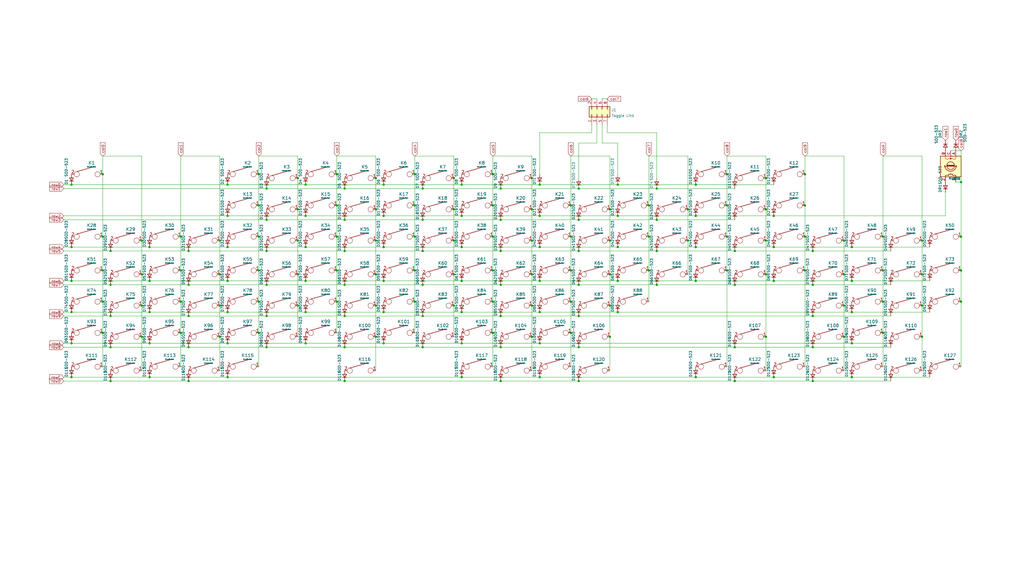
<source format=kicad_sch>
(kicad_sch (version 20211123) (generator eeschema)
  (paper "User" 499.999 279.4)
  (junction (at 69.215 133.985))
  (junction (at 73.025 167.64))
  (junction (at 111.125 152.4))
  (junction (at 73.025 152.4))
  (junction (at 202.565 132.08))
  (junction (at 431.165 132.08))
  (junction (at 130.175 122.555))
  (junction (at 278.765 132.08))
  (junction (at 69.215 164.465))
  (junction (at 412.115 149.225))
  (junction (at 297.815 133.985))
  (junction (at 320.675 139.065))
  (junction (at 225.425 167.64))
  (junction (at 358.775 122.555))
  (junction (at 73.025 184.15))
  (junction (at 183.515 102.235))
  (junction (at 225.425 137.16))
  (junction (at 34.925 152.4))
  (junction (at 301.625 90.17))
  (junction (at 187.325 90.17))
  (junction (at 225.425 120.65))
  (junction (at 263.525 120.65))
  (junction (at 225.425 105.41))
  (junction (at 130.175 107.315))
  (junction (at 354.965 85.09))
  (junction (at 149.225 105.41))
  (junction (at 145.415 149.225))
  (junction (at 339.725 90.17))
  (junction (at 149.225 152.4))
  (junction (at 240.665 147.32))
  (junction (at 282.575 169.545))
  (junction (at 259.715 117.475))
  (junction (at 183.515 86.995))
  (junction (at 301.625 105.41))
  (junction (at 50.165 115.57))
  (junction (at 126.365 132.08))
  (junction (at 282.575 122.555))
  (junction (at 240.665 132.08))
  (junction (at 164.465 132.08))
  (junction (at 339.725 120.65))
  (junction (at 53.975 139.065))
  (junction (at 396.875 122.555))
  (junction (at 111.125 167.64))
  (junction (at 244.475 107.315))
  (junction (at 282.575 139.065))
  (junction (at 278.765 162.56))
  (junction (at 374.015 102.235))
  (junction (at 393.065 115.57))
  (junction (at 316.865 115.57))
  (junction (at 278.765 147.32))
  (junction (at 164.465 147.32))
  (junction (at 240.665 162.56))
  (junction (at 320.675 92.075))
  (junction (at 358.775 186.055))
  (junction (at 111.125 120.65))
  (junction (at 263.525 184.15))
  (junction (at 320.675 122.555))
  (junction (at 111.125 105.41))
  (junction (at 244.475 154.305))
  (junction (at 297.815 102.235))
  (junction (at 202.565 115.57))
  (junction (at 168.275 122.555))
  (junction (at 183.515 133.985))
  (junction (at 50.165 132.08))
  (junction (at 431.165 115.57))
  (junction (at 221.615 133.985))
  (junction (at 168.275 186.055))
  (junction (at 316.865 100.33))
  (junction (at 469.265 132.08))
  (junction (at 282.575 154.305))
  (junction (at 149.225 120.65))
  (junction (at 393.065 85.09))
  (junction (at 88.265 115.57))
  (junction (at 301.625 120.65))
  (junction (at 335.915 102.235))
  (junction (at 354.965 100.33))
  (junction (at 431.165 147.32))
  (junction (at 412.115 164.465))
  (junction (at 301.625 137.16))
  (junction (at 145.415 117.475))
  (junction (at 206.375 122.555))
  (junction (at 354.965 115.57))
  (junction (at 240.665 85.09))
  (junction (at 282.575 107.315))
  (junction (at 450.215 133.985))
  (junction (at 145.415 86.995))
  (junction (at 187.325 137.16))
  (junction (at 339.725 105.41))
  (junction (at 339.725 137.16))
  (junction (at 415.925 167.64))
  (junction (at 259.715 164.465))
  (junction (at 34.925 120.65))
  (junction (at 183.515 149.225))
  (junction (at 126.365 100.33))
  (junction (at 206.375 139.065))
  (junction (at 183.515 117.475))
  (junction (at 374.015 86.995))
  (junction (at 202.565 147.32))
  (junction (at 126.365 162.56))
  (junction (at 111.125 90.17))
  (junction (at 183.515 164.465))
  (junction (at 107.315 149.225))
  (junction (at 393.065 132.08))
  (junction (at 259.715 133.985))
  (junction (at 393.065 100.33))
  (junction (at 168.275 107.315))
  (junction (at 206.375 169.545))
  (junction (at 92.075 169.545))
  (junction (at 469.265 115.57))
  (junction (at 244.475 169.545))
  (junction (at 221.615 117.475))
  (junction (at 130.175 92.075))
  (junction (at 34.925 184.15))
  (junction (at 354.965 132.08))
  (junction (at 244.475 92.075))
  (junction (at 431.165 162.56))
  (junction (at 415.925 152.4))
  (junction (at 130.175 154.305))
  (junction (at 259.715 149.225))
  (junction (at 335.915 117.475))
  (junction (at 412.115 117.475))
  (junction (at 53.975 154.305))
  (junction (at 396.875 139.065))
  (junction (at 73.025 120.65))
  (junction (at 107.315 133.985))
  (junction (at 297.815 117.475))
  (junction (at 206.375 154.305))
  (junction (at 202.565 85.09))
  (junction (at 168.275 139.065))
  (junction (at 88.265 162.56))
  (junction (at 187.325 152.4))
  (junction (at 225.425 90.17))
  (junction (at 126.365 147.32))
  (junction (at 50.165 85.09))
  (junction (at 415.925 137.16))
  (junction (at 450.215 117.475))
  (junction (at 374.015 117.475))
  (junction (at 358.775 169.545))
  (junction (at 164.465 100.33))
  (junction (at 469.265 88.9))
  (junction (at 377.825 137.16))
  (junction (at 221.615 86.995))
  (junction (at 53.975 169.545))
  (junction (at 149.225 137.16))
  (junction (at 53.975 186.055))
  (junction (at 69.215 149.225))
  (junction (at 278.765 115.57))
  (junction (at 263.525 137.16))
  (junction (at 92.075 186.055))
  (junction (at 202.565 100.33))
  (junction (at 34.925 137.16))
  (junction (at 111.125 184.15))
  (junction (at 107.315 164.465))
  (junction (at 320.675 107.315))
  (junction (at 297.815 149.225))
  (junction (at 92.075 122.555))
  (junction (at 263.525 152.4))
  (junction (at 396.875 169.545))
  (junction (at 126.365 85.09))
  (junction (at 107.315 117.475))
  (junction (at 377.825 120.65))
  (junction (at 297.815 164.465))
  (junction (at 412.115 133.985))
  (junction (at 244.475 139.065))
  (junction (at 259.715 86.995))
  (junction (at 88.265 147.32))
  (junction (at 50.165 147.32))
  (junction (at 358.775 139.065))
  (junction (at 164.465 115.57))
  (junction (at 88.265 132.08))
  (junction (at 145.415 102.235))
  (junction (at 450.215 149.225))
  (junction (at 221.615 102.235))
  (junction (at 164.465 85.09))
  (junction (at 130.175 169.545))
  (junction (at 111.125 137.16))
  (junction (at 225.425 184.15))
  (junction (at 92.075 139.065))
  (junction (at 187.325 105.41))
  (junction (at 73.025 137.16))
  (junction (at 240.665 100.33))
  (junction (at 149.225 90.17))
  (junction (at 415.925 184.15))
  (junction (at 50.165 162.56))
  (junction (at 282.575 92.075))
  (junction (at 244.475 122.555))
  (junction (at 168.275 154.305))
  (junction (at 259.715 102.235))
  (junction (at 263.525 167.64))
  (junction (at 396.875 186.055))
  (junction (at 469.265 147.32))
  (junction (at 278.765 100.33))
  (junction (at 282.575 186.055))
  (junction (at 149.225 167.64))
  (junction (at 244.475 186.055))
  (junction (at 187.325 167.64))
  (junction (at 221.615 149.225))
  (junction (at 206.375 107.315))
  (junction (at 34.925 90.17))
  (junction (at 374.015 133.985))
  (junction (at 339.725 184.15))
  (junction (at 450.215 164.465))
  (junction (at 377.825 184.15))
  (junction (at 206.375 92.075))
  (junction (at 53.975 122.555))
  (junction (at 168.275 169.545))
  (junction (at 240.665 115.57))
  (junction (at 126.365 115.57))
  (junction (at 187.325 120.65))
  (junction (at 130.175 139.065))
  (junction (at 377.825 105.41))
  (junction (at 301.625 152.4))
  (junction (at 263.525 90.17))
  (junction (at 396.875 154.305))
  (junction (at 34.925 167.64))
  (junction (at 415.925 120.65))
  (junction (at 316.865 132.08))
  (junction (at 145.415 133.985))
  (junction (at 92.075 154.305))
  (junction (at 374.015 164.465))
  (junction (at 225.425 152.4))
  (junction (at 263.525 105.41))
  (junction (at 168.275 92.075))
  (junction (at 69.215 117.475))
  (wire (pts (xy 339.725 90.17) (xy 377.825 90.17)))
  (wire (pts (xy 259.715 86.995) (xy 259.715 102.235)))
  (wire (pts (xy 69.215 133.985) (xy 69.215 149.225)))
  (wire (pts (xy 377.825 105.41) (xy 461.645 105.41)))
  (wire (pts (xy 92.075 186.055) (xy 168.275 186.055)))
  (wire (pts (xy 206.375 169.545) (xy 244.475 169.545)))
  (wire (pts (xy 339.725 137.16) (xy 377.825 137.16)))
  (wire (pts (xy 126.365 76.2) (xy 126.365 85.09)))
  (wire (pts (xy 354.965 115.57) (xy 354.965 132.08)))
  (wire (pts (xy 164.465 85.09) (xy 164.465 100.33)))
  (wire (pts (xy 31.115 120.65) (xy 34.925 120.65)))
  (wire (pts (xy 358.775 139.065) (xy 396.875 139.065)))
  (wire (pts (xy 202.565 132.08) (xy 202.565 147.32)))
  (wire (pts (xy 107.315 149.225) (xy 107.315 164.465)))
  (wire (pts (xy 92.075 122.555) (xy 130.175 122.555)))
  (wire (pts (xy 69.215 117.475) (xy 69.215 133.985)))
  (wire (pts (xy 206.375 154.305) (xy 244.475 154.305)))
  (wire (pts (xy 221.615 86.995) (xy 221.615 102.235)))
  (wire (pts (xy 107.315 133.985) (xy 107.315 149.225)))
  (wire (pts (xy 396.875 186.055) (xy 434.975 186.055)))
  (wire (pts (xy 294.005 48.26) (xy 296.545 48.26)))
  (wire (pts (xy 221.615 149.225) (xy 221.615 164.465)))
  (wire (pts (xy 469.265 115.57) (xy 469.265 132.08)))
  (wire (pts (xy 168.275 92.075) (xy 206.375 92.075)))
  (wire (pts (xy 296.545 64.77) (xy 320.675 64.77)))
  (wire (pts (xy 354.965 100.33) (xy 354.965 115.57)))
  (wire (pts (xy 461.645 93.98) (xy 461.645 105.41)))
  (wire (pts (xy 412.115 76.2) (xy 412.115 117.475)))
  (wire (pts (xy 301.625 69.85) (xy 301.625 85.09)))
  (wire (pts (xy 53.975 169.545) (xy 92.075 169.545)))
  (wire (pts (xy 53.975 139.065) (xy 92.075 139.065)))
  (wire (pts (xy 240.665 132.08) (xy 240.665 147.32)))
  (wire (pts (xy 244.475 107.315) (xy 282.575 107.315)))
  (wire (pts (xy 469.265 88.9) (xy 469.265 115.57)))
  (wire (pts (xy 412.115 164.465) (xy 412.115 180.975)))
  (wire (pts (xy 107.315 117.475) (xy 107.315 133.985)))
  (wire (pts (xy 358.775 122.555) (xy 396.875 122.555)))
  (wire (pts (xy 240.665 100.33) (xy 240.665 115.57)))
  (wire (pts (xy 31.115 169.545) (xy 53.975 169.545)))
  (wire (pts (xy 73.025 137.16) (xy 111.125 137.16)))
  (wire (pts (xy 244.475 139.065) (xy 282.575 139.065)))
  (wire (pts (xy 396.875 122.555) (xy 434.975 122.555)))
  (wire (pts (xy 164.465 76.2) (xy 183.515 76.2)))
  (wire (pts (xy 187.325 137.16) (xy 225.425 137.16)))
  (wire (pts (xy 34.925 90.17) (xy 111.125 90.17)))
  (wire (pts (xy 244.475 169.545) (xy 282.575 169.545)))
  (wire (pts (xy 206.375 107.315) (xy 244.475 107.315)))
  (wire (pts (xy 320.675 122.555) (xy 358.775 122.555)))
  (wire (pts (xy 183.515 76.2) (xy 183.515 86.995)))
  (wire (pts (xy 450.215 117.475) (xy 450.215 133.985)))
  (wire (pts (xy 168.275 122.555) (xy 206.375 122.555)))
  (wire (pts (xy 145.415 117.475) (xy 145.415 133.985)))
  (wire (pts (xy 31.115 105.41) (xy 111.125 105.41)))
  (wire (pts (xy 111.125 167.64) (xy 149.225 167.64)))
  (wire (pts (xy 263.525 152.4) (xy 301.625 152.4)))
  (wire (pts (xy 145.415 149.225) (xy 145.415 164.465)))
  (wire (pts (xy 396.875 139.065) (xy 434.975 139.065)))
  (wire (pts (xy 354.965 132.08) (xy 354.965 179.07)))
  (wire (pts (xy 187.325 167.64) (xy 225.425 167.64)))
  (wire (pts (xy 335.915 117.475) (xy 335.915 133.985)))
  (wire (pts (xy 282.575 139.065) (xy 320.675 139.065)))
  (wire (pts (xy 335.915 102.235) (xy 335.915 117.475)))
  (wire (pts (xy 206.375 122.555) (xy 244.475 122.555)))
  (wire (pts (xy 469.265 147.32) (xy 469.265 179.07)))
  (wire (pts (xy 111.125 90.17) (xy 149.225 90.17)))
  (wire (pts (xy 294.005 69.85) (xy 301.625 69.85)))
  (wire (pts (xy 164.465 132.08) (xy 164.465 147.32)))
  (wire (pts (xy 168.275 186.055) (xy 244.475 186.055)))
  (wire (pts (xy 168.275 107.315) (xy 206.375 107.315)))
  (wire (pts (xy 316.865 132.08) (xy 316.865 147.32)))
  (wire (pts (xy 316.865 76.2) (xy 335.915 76.2)))
  (wire (pts (xy 377.825 137.16) (xy 415.925 137.16)))
  (wire (pts (xy 263.525 90.17) (xy 301.625 90.17)))
  (wire (pts (xy 301.625 105.41) (xy 339.725 105.41)))
  (wire (pts (xy 73.025 184.15) (xy 111.125 184.15)))
  (wire (pts (xy 31.115 154.305) (xy 53.975 154.305)))
  (wire (pts (xy 34.925 137.16) (xy 73.025 137.16)))
  (wire (pts (xy 278.765 76.2) (xy 297.815 76.2)))
  (wire (pts (xy 126.365 76.2) (xy 145.415 76.2)))
  (wire (pts (xy 225.425 152.4) (xy 263.525 152.4)))
  (wire (pts (xy 168.275 139.065) (xy 206.375 139.065)))
  (wire (pts (xy 335.915 76.2) (xy 335.915 102.235)))
  (wire (pts (xy 339.725 120.65) (xy 377.825 120.65)))
  (wire (pts (xy 88.265 76.2) (xy 88.265 115.57)))
  (wire (pts (xy 50.165 162.56) (xy 50.165 179.07)))
  (wire (pts (xy 278.765 100.33) (xy 278.765 115.57)))
  (wire (pts (xy 282.575 122.555) (xy 320.675 122.555)))
  (wire (pts (xy 34.925 137.16) (xy 31.115 137.16)))
  (wire (pts (xy 393.065 76.2) (xy 412.115 76.2)))
  (wire (pts (xy 393.065 85.09) (xy 393.065 100.33)))
  (wire (pts (xy 291.465 60.96) (xy 291.465 69.85)))
  (wire (pts (xy 240.665 76.2) (xy 240.665 85.09)))
  (wire (pts (xy 450.215 76.2) (xy 450.215 117.475)))
  (wire (pts (xy 183.515 86.995) (xy 183.515 102.235)))
  (wire (pts (xy 431.165 147.32) (xy 431.165 162.56)))
  (wire (pts (xy 206.375 92.075) (xy 244.475 92.075)))
  (wire (pts (xy 415.925 152.4) (xy 454.025 152.4)))
  (wire (pts (xy 297.815 149.225) (xy 297.815 164.465)))
  (wire (pts (xy 183.515 149.225) (xy 183.515 164.465)))
  (wire (pts (xy 221.615 117.475) (xy 221.615 133.985)))
  (wire (pts (xy 374.015 164.465) (xy 374.015 180.975)))
  (wire (pts (xy 291.465 69.85) (xy 282.575 69.85)))
  (wire (pts (xy 130.175 107.315) (xy 168.275 107.315)))
  (wire (pts (xy 88.265 115.57) (xy 88.265 132.08)))
  (wire (pts (xy 126.365 162.56) (xy 126.365 179.07)))
  (wire (pts (xy 358.775 186.055) (xy 396.875 186.055)))
  (wire (pts (xy 53.975 122.555) (xy 92.075 122.555)))
  (wire (pts (xy 240.665 85.09) (xy 240.665 100.33)))
  (wire (pts (xy 221.615 133.985) (xy 221.615 149.225)))
  (wire (pts (xy 263.525 184.15) (xy 339.725 184.15)))
  (wire (pts (xy 31.115 107.315) (xy 130.175 107.315)))
  (wire (pts (xy 431.165 132.08) (xy 431.165 147.32)))
  (wire (pts (xy 145.415 86.995) (xy 145.415 102.235)))
  (wire (pts (xy 259.715 133.985) (xy 259.715 149.225)))
  (wire (pts (xy 225.425 167.64) (xy 263.525 167.64)))
  (wire (pts (xy 412.115 133.985) (xy 412.115 149.225)))
  (wire (pts (xy 69.215 149.225) (xy 69.215 164.465)))
  (wire (pts (xy 396.875 169.545) (xy 434.975 169.545)))
  (wire (pts (xy 92.075 154.305) (xy 130.175 154.305)))
  (wire (pts (xy 415.925 120.65) (xy 454.025 120.65)))
  (wire (pts (xy 316.865 76.2) (xy 316.865 100.33)))
  (wire (pts (xy 377.825 120.65) (xy 415.925 120.65)))
  (wire (pts (xy 377.825 184.15) (xy 415.925 184.15)))
  (wire (pts (xy 297.815 102.235) (xy 297.815 117.475)))
  (wire (pts (xy 393.065 100.33) (xy 393.065 115.57)))
  (wire (pts (xy 412.115 149.225) (xy 412.115 164.465)))
  (wire (pts (xy 278.765 132.08) (xy 278.765 147.32)))
  (wire (pts (xy 297.815 117.475) (xy 297.815 133.985)))
  (wire (pts (xy 316.865 115.57) (xy 316.865 132.08)))
  (wire (pts (xy 73.025 167.64) (xy 111.125 167.64)))
  (wire (pts (xy 145.415 133.985) (xy 145.415 149.225)))
  (wire (pts (xy 278.765 147.32) (xy 278.765 162.56)))
  (wire (pts (xy 374.015 102.235) (xy 374.015 117.475)))
  (wire (pts (xy 320.675 107.315) (xy 358.775 107.315)))
  (wire (pts (xy 183.515 164.465) (xy 183.515 180.975)))
  (wire (pts (xy 244.475 122.555) (xy 282.575 122.555)))
  (wire (pts (xy 288.925 60.96) (xy 288.925 64.77)))
  (wire (pts (xy 259.715 102.235) (xy 259.715 117.475)))
  (wire (pts (xy 202.565 147.32) (xy 202.565 162.56)))
  (wire (pts (xy 339.725 184.15) (xy 377.825 184.15)))
  (wire (pts (xy 431.165 115.57) (xy 431.165 132.08)))
  (wire (pts (xy 183.515 117.475) (xy 183.515 133.985)))
  (wire (pts (xy 259.715 117.475) (xy 259.715 133.985)))
  (wire (pts (xy 73.025 152.4) (xy 111.125 152.4)))
  (wire (pts (xy 34.925 152.4) (xy 73.025 152.4)))
  (wire (pts (xy 320.675 64.77) (xy 320.675 86.995)))
  (wire (pts (xy 92.075 139.065) (xy 130.175 139.065)))
  (wire (pts (xy 278.765 115.57) (xy 278.765 132.08)))
  (wire (pts (xy 396.875 154.305) (xy 434.975 154.305)))
  (wire (pts (xy 301.625 90.17) (xy 339.725 90.17)))
  (wire (pts (xy 111.125 184.15) (xy 225.425 184.15)))
  (wire (pts (xy 225.425 137.16) (xy 263.525 137.16)))
  (wire (pts (xy 50.165 76.2) (xy 50.165 85.09)))
  (wire (pts (xy 221.615 102.235) (xy 221.615 117.475)))
  (wire (pts (xy 415.925 137.16) (xy 454.025 137.16)))
  (wire (pts (xy 431.165 76.2) (xy 450.215 76.2)))
  (wire (pts (xy 31.115 152.4) (xy 34.925 152.4)))
  (wire (pts (xy 202.565 76.2) (xy 202.565 85.09)))
  (wire (pts (xy 107.315 164.465) (xy 107.315 180.975)))
  (wire (pts (xy 282.575 154.305) (xy 396.875 154.305)))
  (wire (pts (xy 297.815 76.2) (xy 297.815 102.235)))
  (wire (pts (xy 202.565 115.57) (xy 202.565 132.08)))
  (wire (pts (xy 282.575 92.075) (xy 320.675 92.075)))
  (wire (pts (xy 164.465 147.32) (xy 164.465 162.56)))
  (wire (pts (xy 31.115 90.17) (xy 34.925 90.17)))
  (wire (pts (xy 126.365 147.32) (xy 126.365 162.56)))
  (wire (pts (xy 225.425 120.65) (xy 263.525 120.65)))
  (wire (pts (xy 469.265 73.66) (xy 469.265 88.9)))
  (wire (pts (xy 126.365 100.33) (xy 126.365 115.57)))
  (wire (pts (xy 69.215 76.2) (xy 69.215 117.475)))
  (wire (pts (xy 164.465 100.33) (xy 164.465 115.57)))
  (wire (pts (xy 415.925 167.64) (xy 434.975 167.64)))
  (wire (pts (xy 130.175 139.065) (xy 168.275 139.065)))
  (wire (pts (xy 240.665 147.32) (xy 240.665 162.56)))
  (wire (pts (xy 393.065 76.2) (xy 393.065 85.09)))
  (wire (pts (xy 92.075 169.545) (xy 130.175 169.545)))
  (wire (pts (xy 69.215 164.465) (xy 69.215 180.975)))
  (wire (pts (xy 50.165 76.2) (xy 69.215 76.2)))
  (wire (pts (xy 34.925 167.64) (xy 31.115 167.64)))
  (wire (pts (xy 225.425 105.41) (xy 263.525 105.41)))
  (wire (pts (xy 450.215 164.465) (xy 450.215 180.975)))
  (wire (pts (xy 168.275 169.545) (xy 206.375 169.545)))
  (wire (pts (xy 31.115 122.555) (xy 53.975 122.555)))
  (wire (pts (xy 374.015 117.475) (xy 374.015 133.985)))
  (wire (pts (xy 297.815 133.985) (xy 297.815 149.225)))
  (wire (pts (xy 50.165 115.57) (xy 50.165 132.08)))
  (wire (pts (xy 111.125 152.4) (xy 149.225 152.4)))
  (wire (pts (xy 50.165 85.09) (xy 50.165 115.57)))
  (wire (pts (xy 354.965 76.2) (xy 374.015 76.2)))
  (wire (pts (xy 88.265 76.2) (xy 107.315 76.2)))
  (wire (pts (xy 244.475 154.305) (xy 282.575 154.305)))
  (wire (pts (xy 374.015 76.2) (xy 374.015 86.995)))
  (wire (pts (xy 301.625 137.16) (xy 339.725 137.16)))
  (wire (pts (xy 278.765 76.2) (xy 278.765 100.33)))
  (wire (pts (xy 469.265 132.08) (xy 469.265 147.32)))
  (wire (pts (xy 88.265 147.32) (xy 88.265 162.56)))
  (wire (pts (xy 278.765 162.56) (xy 278.765 179.07)))
  (wire (pts (xy 187.325 120.65) (xy 225.425 120.65)))
  (wire (pts (xy 415.925 184.15) (xy 454.025 184.15)))
  (wire (pts (xy 301.625 152.4) (xy 415.925 152.4)))
  (wire (pts (xy 202.565 85.09) (xy 202.565 100.33)))
  (wire (pts (xy 431.165 162.56) (xy 431.165 179.07)))
  (wire (pts (xy 183.515 133.985) (xy 183.515 149.225)))
  (wire (pts (xy 31.115 186.055) (xy 53.975 186.055)))
  (wire (pts (xy 282.575 107.315) (xy 320.675 107.315)))
  (wire (pts (xy 225.425 90.17) (xy 263.525 90.17)))
  (wire (pts (xy 34.925 120.65) (xy 73.025 120.65)))
  (wire (pts (xy 149.225 105.41) (xy 187.325 105.41)))
  (wire (pts (xy 240.665 115.57) (xy 240.665 132.08)))
  (wire (pts (xy 412.115 117.475) (xy 412.115 133.985)))
  (wire (pts (xy 202.565 76.2) (xy 221.615 76.2)))
  (wire (pts (xy 111.125 120.65) (xy 149.225 120.65)))
  (wire (pts (xy 320.675 139.065) (xy 358.775 139.065)))
  (wire (pts (xy 296.545 60.96) (xy 296.545 64.77)))
  (wire (pts (xy 130.175 169.545) (xy 168.275 169.545)))
  (wire (pts (xy 288.925 64.77) (xy 263.525 64.77)))
  (wire (pts (xy 263.525 137.16) (xy 301.625 137.16)))
  (wire (pts (xy 149.225 120.65) (xy 187.325 120.65)))
  (wire (pts (xy 206.375 139.065) (xy 244.475 139.065)))
  (wire (pts (xy 111.125 137.16) (xy 149.225 137.16)))
  (wire (pts (xy 126.365 85.09) (xy 126.365 100.33)))
  (wire (pts (xy 393.065 115.57) (xy 393.065 132.08)))
  (wire (pts (xy 53.975 154.305) (xy 92.075 154.305)))
  (wire (pts (xy 263.525 64.77) (xy 263.525 85.09)))
  (wire (pts (xy 240.665 162.56) (xy 240.665 179.07)))
  (wire (pts (xy 450.215 149.225) (xy 450.215 164.465)))
  (wire (pts (xy 294.005 60.96) (xy 294.005 69.85)))
  (wire (pts (xy 187.325 90.17) (xy 225.425 90.17)))
  (wire (pts (xy 130.175 154.305) (xy 168.275 154.305)))
  (wire (pts (xy 149.225 167.64) (xy 187.325 167.64)))
  (wire (pts (xy 244.475 92.075) (xy 282.575 92.075)))
  (wire (pts (xy 53.975 186.055) (xy 92.075 186.055)))
  (wire (pts (xy 316.865 100.33) (xy 316.865 115.57)))
  (wire (pts (xy 50.165 147.32) (xy 50.165 162.56)))
  (wire (pts (xy 431.165 76.2) (xy 431.165 115.57)))
  (wire (pts (xy 450.215 133.985) (xy 450.215 149.225)))
  (wire (pts (xy 282.575 169.545) (xy 358.775 169.545)))
  (wire (pts (xy 221.615 76.2) (xy 221.615 86.995)))
  (wire (pts (xy 50.165 132.08) (xy 50.165 147.32)))
  (wire (pts (xy 88.265 162.56) (xy 88.265 179.07)))
  (wire (pts (xy 259.715 164.465) (xy 259.715 180.975)))
  (wire (pts (xy 126.365 115.57) (xy 126.365 132.08)))
  (wire (pts (xy 374.015 86.995) (xy 374.015 102.235)))
  (wire (pts (xy 354.965 76.2) (xy 354.965 85.09)))
  (wire (pts (xy 149.225 152.4) (xy 187.325 152.4)))
  (wire (pts (xy 240.665 76.2) (xy 259.715 76.2)))
  (wire (pts (xy 111.125 105.41) (xy 149.225 105.41)))
  (wire (pts (xy 263.525 105.41) (xy 301.625 105.41)))
  (wire (pts (xy 297.815 164.465) (xy 297.815 180.975)))
  (wire (pts (xy 358.775 169.545) (xy 396.875 169.545)))
  (wire (pts (xy 320.675 92.075) (xy 358.775 92.075)))
  (wire (pts (xy 282.575 69.85) (xy 282.575 86.995)))
  (wire (pts (xy 183.515 102.235) (xy 183.515 117.475)))
  (wire (pts (xy 466.725 88.9) (xy 469.265 88.9)))
  (wire (pts (xy 73.025 120.65) (xy 111.125 120.65)))
  (wire (pts (xy 88.265 132.08) (xy 88.265 147.32)))
  (wire (pts (xy 164.465 76.2) (xy 164.465 85.09)))
  (wire (pts (xy 464.185 73.66) (xy 469.265 73.66)))
  (wire (pts (xy 244.475 186.055) (xy 282.575 186.055)))
  (wire (pts (xy 393.065 132.08) (xy 393.065 179.07)))
  (wire (pts (xy 130.175 122.555) (xy 168.275 122.555)))
  (wire (pts (xy 374.015 133.985) (xy 374.015 164.465)))
  (wire (pts (xy 31.115 139.065) (xy 53.975 139.065)))
  (wire (pts (xy 354.965 85.09) (xy 354.965 100.33)))
  (wire (pts (xy 107.315 76.2) (xy 107.315 117.475)))
  (wire (pts (xy 168.275 154.305) (xy 206.375 154.305)))
  (wire (pts (xy 145.415 102.235) (xy 145.415 117.475)))
  (wire (pts (xy 263.525 120.65) (xy 301.625 120.65)))
  (wire (pts (xy 187.325 105.41) (xy 225.425 105.41)))
  (wire (pts (xy 288.925 48.26) (xy 291.465 48.26)))
  (wire (pts (xy 259.715 149.225) (xy 259.715 164.465)))
  (wire (pts (xy 31.115 184.15) (xy 34.925 184.15)))
  (wire (pts (xy 282.575 186.055) (xy 358.775 186.055)))
  (wire (pts (xy 202.565 100.33) (xy 202.565 115.57)))
  (wire (pts (xy 126.365 132.08) (xy 126.365 147.32)))
  (wire (pts (xy 339.725 105.41) (xy 377.825 105.41)))
  (wire (pts (xy 301.625 120.65) (xy 339.725 120.65)))
  (wire (pts (xy 130.175 92.075) (xy 168.275 92.075)))
  (wire (pts (xy 34.925 184.15) (xy 73.025 184.15)))
  (wire (pts (xy 31.115 92.075) (xy 130.175 92.075)))
  (wire (pts (xy 263.525 167.64) (xy 415.925 167.64)))
  (wire (pts (xy 259.715 76.2) (xy 259.715 86.995)))
  (wire (pts (xy 187.325 152.4) (xy 225.425 152.4)))
  (wire (pts (xy 225.425 184.15) (xy 263.525 184.15)))
  (wire (pts (xy 34.925 167.64) (xy 73.025 167.64)))
  (wire (pts (xy 149.225 137.16) (xy 187.325 137.16)))
  (wire (pts (xy 149.225 90.17) (xy 187.325 90.17)))
  (wire (pts (xy 164.465 115.57) (xy 164.465 132.08)))
  (wire (pts (xy 145.415 76.2) (xy 145.415 86.995)))
  (global_label "col7" (shape input) (at 296.545 48.26 0) (property "Intersheet References" "${INTERSHEET_REFS}" (effects hide)))
  (global_label "row1" (shape input) (at 31.115 92.075 180) (property "Intersheet References" "${INTERSHEET_REFS}" (effects hide)))
  (global_label "rowB" (shape input) (at 31.115 169.545 180) (property "Intersheet References" "${INTERSHEET_REFS}" (effects hide)))
  (global_label "colB" (shape input) (at 469.265 73.66 90) (property "Intersheet References" "${INTERSHEET_REFS}" (effects hide)))
  (global_label "rowD" (shape input) (at 31.115 186.055 180) (property "Intersheet References" "${INTERSHEET_REFS}" (effects hide)))
  (global_label "col2" (shape input) (at 126.365 76.2 90) (property "Intersheet References" "${INTERSHEET_REFS}" (effects hide)))
  (global_label "col6" (shape input) (at 278.765 76.2 90) (property "Intersheet References" "${INTERSHEET_REFS}" (effects hide)))
  (global_label "col7" (shape input) (at 316.865 76.2 90) (property "Intersheet References" "${INTERSHEET_REFS}" (effects hide)))
  (global_label "row0" (shape input) (at 31.115 90.17 180) (property "Intersheet References" "${INTERSHEET_REFS}" (effects hide)))
  (global_label "rowA" (shape input) (at 31.115 167.64 180) (property "Intersheet References" "${INTERSHEET_REFS}" (effects hide)))
  (global_label "colA" (shape input) (at 431.165 76.2 90) (property "Intersheet References" "${INTERSHEET_REFS}" (effects hide)))
  (global_label "col4" (shape input) (at 202.565 76.2 90) (property "Intersheet References" "${INTERSHEET_REFS}" (effects hide)))
  (global_label "row5" (shape input) (at 31.115 122.555 180) (property "Intersheet References" "${INTERSHEET_REFS}" (effects hide)))
  (global_label "rowC" (shape input) (at 31.115 184.15 180) (property "Intersheet References" "${INTERSHEET_REFS}" (effects hide)))
  (global_label "row6" (shape input) (at 31.115 137.16 180) (property "Intersheet References" "${INTERSHEET_REFS}" (effects hide)))
  (global_label "row2" (shape input) (at 31.115 105.41 180) (property "Intersheet References" "${INTERSHEET_REFS}" (effects hide)))
  (global_label "row1" (shape input) (at 461.645 68.58 90) (property "Intersheet References" "${INTERSHEET_REFS}" (effects hide)))
  (global_label "row8" (shape input) (at 31.115 152.4 180) (property "Intersheet References" "${INTERSHEET_REFS}" (effects hide)))
  (global_label "col0" (shape input) (at 50.165 76.2 90) (property "Intersheet References" "${INTERSHEET_REFS}" (effects hide)))
  (global_label "col1" (shape input) (at 88.265 76.2 90) (property "Intersheet References" "${INTERSHEET_REFS}" (effects hide)))
  (global_label "row0" (shape input) (at 466.725 68.58 90) (property "Intersheet References" "${INTERSHEET_REFS}" (effects hide)))
  (global_label "col6" (shape input) (at 288.925 48.26 180) (property "Intersheet References" "${INTERSHEET_REFS}" (effects hide)))
  (global_label "row3" (shape input) (at 31.115 107.315 180) (property "Intersheet References" "${INTERSHEET_REFS}" (effects hide)))
  (global_label "col8" (shape input) (at 354.965 76.2 90) (property "Intersheet References" "${INTERSHEET_REFS}" (effects hide)))
  (global_label "row4" (shape input) (at 31.115 120.65 180) (property "Intersheet References" "${INTERSHEET_REFS}" (effects hide)))
  (global_label "row9" (shape input) (at 31.115 154.305 180) (property "Intersheet References" "${INTERSHEET_REFS}" (effects hide)))
  (global_label "col9" (shape input) (at 393.065 76.2 90) (property "Intersheet References" "${INTERSHEET_REFS}" (effects hide)))
  (global_label "row7" (shape input) (at 31.115 139.065 180) (property "Intersheet References" "${INTERSHEET_REFS}" (effects hide)))
  (global_label "col3" (shape input) (at 164.465 76.2 90) (property "Intersheet References" "${INTERSHEET_REFS}" (effects hide)))
  (global_label "col5" (shape input) (at 240.665 76.2 90) (property "Intersheet References" "${INTERSHEET_REFS}" (effects hide)))
  (symbol (lib_id "HL-Mk3-rescue:KEYSW-keyboard_parts-HL-Mk2-rescue") (at 404.495 117.475 0) (unit 1)
    (property "Reference" "K47" (at 406.6794 111.9632 0) (effects (font (size 1.524 1.524))))
    (property "Value" "OmniSwitch" (at 406.6794 113.8428 0) (effects (font (size 0.508 0.508))))
    (property "Footprint" "EDI:MX-Choc-RGB" (effects hide))
  )
  (symbol (lib_id "Device:D_Small") (at 263.525 87.63 270) (mirror x) (unit 1)
    (property "Reference" "DT1" (at 260.985 90.17 0) (effects (justify left)))
    (property "Value" "SOD-523" (at 260.985 86.36 0) (effects (justify left)))
    (property "Footprint" "EDI:D_SOD-523" (effects hide))
    (property "LCSC" "C2802290" (effects hide))
  )
  (symbol (lib_id "HL-Mk3-rescue:KEYSW-keyboard_parts-HL-Mk2-rescue") (at 366.395 86.995 0) (unit 1)
    (property "Reference" "K11" (at 368.5794 81.4832 0) (effects (font (size 1.524 1.524))))
    (property "Value" "OmniSwitch" (at 368.5794 83.3628 0) (effects (font (size 0.508 0.508))))
    (property "Footprint" "EDI:MX-Choc-RGB" (effects hide))
  )
  (symbol (lib_id "HL-Mk3-rescue:KEYSW-keyboard_parts-HL-Mk2-rescue") (at 194.945 115.57 0) (unit 1)
    (property "Reference" "K36" (at 197.1294 110.0582 0) (effects (font (size 1.524 1.524))))
    (property "Value" "OmniSwitch" (at 197.1294 111.9378 0) (effects (font (size 0.508 0.508))))
    (property "Footprint" "EDI:MX-Choc-RGB" (effects hide))
  )
  (symbol (lib_id "HL-Mk3-rescue:KEYSW-keyboard_parts-HL-Mk2-rescue") (at 461.645 132.08 0) (unit 1)
    (property "Reference" "K73" (at 463.8294 126.5682 0) (effects (font (size 1.524 1.524))))
    (property "Value" "OmniSwitch" (at 463.8294 128.4478 0) (effects (font (size 0.508 0.508))))
    (property "Footprint" "EDI:MX-Choc-RGB" (effects hide))
  )
  (symbol (lib_id "Device:D_Small") (at 263.525 181.61 270) (mirror x) (unit 1)
    (property "Reference" "D119" (at 260.985 184.15 0) (effects (justify left)))
    (property "Value" "SOD-523" (at 260.985 180.34 0) (effects (justify left)))
    (property "Footprint" "EDI:D_SOD-523" (effects hide))
    (property "LCSC" "C2802290" (effects hide))
  )
  (symbol (lib_id "Device:D_Small") (at 149.225 87.63 270) (mirror x) (unit 1)
    (property "Reference" "D4" (at 146.685 90.17 0) (effects (justify left)))
    (property "Value" "SOD-523" (at 146.685 86.36 0) (effects (justify left)))
    (property "Footprint" "EDI:D_SOD-523" (effects hide))
    (property "LCSC" "C2802290" (effects hide))
  )
  (symbol (lib_id "HL-Mk3-rescue:KEYSW-keyboard_parts-HL-Mk2-rescue") (at 61.595 149.225 0) (unit 1)
    (property "Reference" "K75" (at 63.7794 143.7132 0) (effects (font (size 1.524 1.524))))
    (property "Value" "OmniSwitch" (at 63.7794 145.5928 0) (effects (font (size 0.508 0.508))))
    (property "Footprint" "EDI:MX-Choc-RGB" (effects hide))
  )
  (symbol (lib_id "HL-Mk3-rescue:KEYSW-keyboard_parts-HL-Mk2-rescue") (at 423.545 162.56 0) (unit 1)
    (property "Reference" "K109" (at 425.7294 157.0482 0) (effects (font (size 1.524 1.524))))
    (property "Value" "OmniSwitch" (at 425.7294 158.9278 0) (effects (font (size 0.508 0.508))))
    (property "Footprint" "EDI:MX-Choc-RGB" (effects hide))
  )
  (symbol (lib_id "HL-Mk3-rescue:KEYSW-keyboard_parts-HL-Mk2-rescue") (at 309.245 100.33 0) (unit 1)
    (property "Reference" "K23" (at 311.4294 94.8182 0) (effects (font (size 1.524 1.524))))
    (property "Value" "OmniSwitch" (at 311.4294 96.6978 0) (effects (font (size 0.508 0.508))))
    (property "Footprint" "EDI:MX-Choc-RGB" (effects hide))
  )
  (symbol (lib_id "HL-Mk3-rescue:KEYSW-keyboard_parts-HL-Mk2-rescue") (at 194.945 100.33 0) (unit 1)
    (property "Reference" "K17" (at 197.1294 94.8182 0) (effects (font (size 1.524 1.524))))
    (property "Value" "OmniSwitch" (at 197.1294 96.6978 0) (effects (font (size 0.508 0.508))))
    (property "Footprint" "EDI:MX-Choc-RGB" (effects hide))
  )
  (symbol (lib_id "Device:D_Small") (at 149.225 118.11 270) (mirror x) (unit 1)
    (property "Reference" "D34" (at 146.685 120.65 0) (effects (justify left)))
    (property "Value" "SOD-523" (at 146.685 116.84 0) (effects (justify left)))
    (property "Footprint" "EDI:D_SOD-523" (effects hide))
    (property "LCSC" "C2802290" (effects hide))
  )
  (symbol (lib_id "HL-Mk3-rescue:KEYSW-keyboard_parts-HL-Mk2-rescue") (at 385.445 132.08 0) (unit 1)
    (property "Reference" "K69" (at 387.6294 126.5682 0) (effects (font (size 1.524 1.524))))
    (property "Value" "OmniSwitch" (at 387.6294 128.4478 0) (effects (font (size 0.508 0.508))))
    (property "Footprint" "EDI:MX-Choc-RGB" (effects hide))
  )
  (symbol (lib_id "Device:D_Small") (at 377.825 118.11 270) (mirror x) (unit 1)
    (property "Reference" "D46" (at 375.285 120.65 0) (effects (justify left)))
    (property "Value" "SOD-523" (at 375.285 116.84 0) (effects (justify left)))
    (property "Footprint" "EDI:D_SOD-523" (effects hide))
    (property "LCSC" "C2802290" (effects hide))
  )
  (symbol (lib_id "HL-Mk3-rescue:KEYSW-keyboard_parts-HL-Mk2-rescue") (at 461.645 115.57 0) (unit 1)
    (property "Reference" "K50" (at 463.8294 110.0582 0) (effects (font (size 1.524 1.524))))
    (property "Value" "OmniSwitch" (at 463.8294 111.9378 0) (effects (font (size 0.508 0.508))))
    (property "Footprint" "EDI:MX-Choc-RGB" (effects hide))
  )
  (symbol (lib_id "HL-Mk3-rescue:KEYSW-keyboard_parts-HL-Mk2-rescue") (at 252.095 149.225 0) (unit 1)
    (property "Reference" "K85" (at 254.2794 143.7132 0) (effects (font (size 1.524 1.524))))
    (property "Value" "OmniSwitch" (at 254.2794 145.5928 0) (effects (font (size 0.508 0.508))))
    (property "Footprint" "EDI:MX-Choc-RGB" (effects hide))
  )
  (symbol (lib_id "HL-Mk3-rescue:KEYSW-keyboard_parts-HL-Mk2-rescue") (at 347.345 100.33 0) (unit 1)
    (property "Reference" "K25" (at 349.5294 94.8182 0) (effects (font (size 1.524 1.524))))
    (property "Value" "OmniSwitch" (at 349.5294 96.6978 0) (effects (font (size 0.508 0.508))))
    (property "Footprint" "EDI:MX-Choc-RGB" (effects hide))
  )
  (symbol (lib_id "HL-Mk3-rescue:KEYSW-keyboard_parts-HL-Mk2-rescue") (at 271.145 162.56 0) (unit 1)
    (property "Reference" "K105" (at 273.3294 157.0482 0) (effects (font (size 1.524 1.524))))
    (property "Value" "OmniSwitch" (at 273.3294 158.9278 0) (effects (font (size 0.508 0.508))))
    (property "Footprint" "EDI:MX-Choc-RGB" (effects hide))
  )
  (symbol (lib_id "HL-Mk3-rescue:KEYSW-keyboard_parts-HL-Mk2-rescue") (at 137.795 149.225 0) (unit 1)
    (property "Reference" "K79" (at 139.9794 143.7132 0) (effects (font (size 1.524 1.524))))
    (property "Value" "OmniSwitch" (at 139.9794 145.5928 0) (effects (font (size 0.508 0.508))))
    (property "Footprint" "EDI:MX-Choc-RGB" (effects hide))
  )
  (symbol (lib_id "Device:D_Small") (at 415.925 134.62 270) (mirror x) (unit 1)
    (property "Reference" "D71" (at 413.385 137.16 0) (effects (justify left)))
    (property "Value" "SOD-523" (at 413.385 133.35 0) (effects (justify left)))
    (property "Footprint" "EDI:D_SOD-523" (effects hide))
    (property "LCSC" "C2802290" (effects hide))
  )
  (symbol (lib_id "HL-Mk3-rescue:KEYSW-keyboard_parts-HL-Mk2-rescue") (at 328.295 117.475 0) (unit 1)
    (property "Reference" "K43" (at 330.4794 111.9632 0) (effects (font (size 1.524 1.524))))
    (property "Value" "OmniSwitch" (at 330.4794 113.8428 0) (effects (font (size 0.508 0.508))))
    (property "Footprint" "EDI:MX-Choc-RGB" (effects hide))
  )
  (symbol (lib_id "Device:D_Small") (at 434.975 120.015 270) (mirror x) (unit 1)
    (property "Reference" "D49" (at 432.435 122.555 0) (effects (justify left)))
    (property "Value" "SOD-523" (at 432.435 118.745 0) (effects (justify left)))
    (property "Footprint" "EDI:D_SOD-523" (effects hide))
    (property "LCSC" "C2802290" (effects hide))
  )
  (symbol (lib_id "Device:D_Small") (at 206.375 136.525 270) (mirror x) (unit 1)
    (property "Reference" "D60" (at 203.835 139.065 0) (effects (justify left)))
    (property "Value" "SOD-523" (at 203.835 135.255 0) (effects (justify left)))
    (property "Footprint" "EDI:D_SOD-523" (effects hide))
    (property "LCSC" "C2802290" (effects hide))
  )
  (symbol (lib_id "Device:D_Small") (at 225.425 149.86 270) (mirror x) (unit 1)
    (property "Reference" "D84" (at 222.885 152.4 0) (effects (justify left)))
    (property "Value" "SOD-523" (at 222.885 148.59 0) (effects (justify left)))
    (property "Footprint" "EDI:D_SOD-523" (effects hide))
    (property "LCSC" "C2802290" (effects hide))
  )
  (symbol (lib_id "Device:D_Small") (at 396.875 167.005 270) (mirror x) (unit 1)
    (property "Reference" "D108" (at 394.335 169.545 0) (effects (justify left)))
    (property "Value" "SOD-523" (at 394.335 165.735 0) (effects (justify left)))
    (property "Footprint" "EDI:D_SOD-523" (effects hide))
    (property "LCSC" "C2802290" (effects hide))
  )
  (symbol (lib_id "Device:D_Small") (at 466.725 71.12 90) (mirror x) (unit 1)
    (property "Reference" "DR2" (at 469.265 63.5 0) (effects (justify left)))
    (property "Value" "SOD-523" (at 471.17 60.325 0) (effects (justify left)))
    (property "Footprint" "EDI:D_SOD-523" (effects hide))
    (property "LCSC" "C2802290" (effects hide))
  )
  (symbol (lib_id "HL-Mk3-rescue:KEYSW-keyboard_parts-HL-Mk2-rescue") (at 347.345 132.08 0) (unit 1)
    (property "Reference" "K67" (at 349.5294 126.5682 0) (effects (font (size 1.524 1.524))))
    (property "Value" "OmniSwitch" (at 349.5294 128.4478 0) (effects (font (size 0.508 0.508))))
    (property "Footprint" "EDI:MX-Choc-RGB" (effects hide))
  )
  (symbol (lib_id "Device:D_Small") (at 53.975 120.015 270) (mirror x) (unit 1)
    (property "Reference" "D29" (at 51.435 122.555 0) (effects (justify left)))
    (property "Value" "SOD-523" (at 51.435 118.745 0) (effects (justify left)))
    (property "Footprint" "EDI:D_SOD-523" (effects hide))
    (property "LCSC" "C2802290" (effects hide))
  )
  (symbol (lib_id "HL-Mk3-rescue:KEYSW-keyboard_parts-HL-Mk2-rescue") (at 252.095 86.995 0) (unit 1)
    (property "Reference" "K9" (at 254.2794 81.4832 0) (effects (font (size 1.524 1.524))))
    (property "Value" "OmniSwitch" (at 254.2794 83.3628 0) (effects (font (size 0.508 0.508))))
    (property "Footprint" "EDI:MX-Choc-RGB" (effects hide))
  )
  (symbol (lib_id "Device:D_Small") (at 461.645 91.44 270) (mirror x) (unit 1)
    (property "Reference" "DR1" (at 459.105 93.98 0) (effects (justify left)))
    (property "Value" "SOD-523" (at 459.105 90.17 0) (effects (justify left)))
    (property "Footprint" "EDI:D_SOD-523" (effects hide))
    (property "LCSC" "C2802290" (effects hide))
  )
  (symbol (lib_id "Device:D_Small") (at 168.275 136.525 270) (mirror x) (unit 1)
    (property "Reference" "D58" (at 165.735 139.065 0) (effects (justify left)))
    (property "Value" "SOD-523" (at 165.735 135.255 0) (effects (justify left)))
    (property "Footprint" "EDI:D_SOD-523" (effects hide))
    (property "LCSC" "C2802290" (effects hide))
  )
  (symbol (lib_id "HL-Mk3-rescue:KEYSW-keyboard_parts-HL-Mk2-rescue") (at 290.195 149.225 0) (unit 1)
    (property "Reference" "K87" (at 292.3794 143.7132 0) (effects (font (size 1.524 1.524))))
    (property "Value" "OmniSwitch" (at 292.3794 145.5928 0) (effects (font (size 0.508 0.508))))
    (property "Footprint" "EDI:MX-Choc-RGB" (effects hide))
  )
  (symbol (lib_id "Device:D_Small") (at 415.925 165.1 270) (mirror x) (unit 1)
    (property "Reference" "D109" (at 413.385 167.64 0) (effects (justify left)))
    (property "Value" "SOD-523" (at 413.385 163.83 0) (effects (justify left)))
    (property "Footprint" "EDI:D_SOD-523" (effects hide))
    (property "LCSC" "C2802290" (effects hide))
  )
  (symbol (lib_id "HL-Mk3-rescue:KEYSW-keyboard_parts-HL-Mk2-rescue") (at 42.545 179.07 0) (unit 1)
    (property "Reference" "K111" (at 44.7294 173.5582 0) (effects (font (size 1.524 1.524))))
    (property "Value" "OmniSwitch" (at 44.7294 175.4378 0) (effects (font (size 0.508 0.508))))
    (property "Footprint" "EDI:MX-Choc-RGB" (effects hide))
  )
  (symbol (lib_id "HL-Mk3-rescue:KEYSW-keyboard_parts-HL-Mk2-rescue") (at 175.895 133.985 0) (unit 1)
    (property "Reference" "K58" (at 178.0794 128.4732 0) (effects (font (size 1.524 1.524))))
    (property "Value" "OmniSwitch" (at 178.0794 130.3528 0) (effects (font (size 0.508 0.508))))
    (property "Footprint" "EDI:MX-Choc-RGB" (effects hide))
  )
  (symbol (lib_id "Device:D_Small") (at 244.475 89.535 270) (mirror x) (unit 1)
    (property "Reference" "D9" (at 241.935 92.075 0) (effects (justify left)))
    (property "Value" "SOD-523" (at 241.935 88.265 0) (effects (justify left)))
    (property "Footprint" "EDI:D_SOD-523" (effects hide))
    (property "LCSC" "C2802290" (effects hide))
  )
  (symbol (lib_id "HL-Mk3-rescue:KEYSW-keyboard_parts-HL-Mk2-rescue") (at 213.995 86.995 0) (unit 1)
    (property "Reference" "K7" (at 216.1794 81.4832 0) (effects (font (size 1.524 1.524))))
    (property "Value" "OmniSwitch" (at 216.1794 83.3628 0) (effects (font (size 0.508 0.508))))
    (property "Footprint" "EDI:MX-Choc-RGB" (effects hide))
  )
  (symbol (lib_id "HL-Mk3-rescue:KEYSW-keyboard_parts-HL-Mk2-rescue") (at 366.395 117.475 0) (unit 1)
    (property "Reference" "K45" (at 368.5794 111.9632 0) (effects (font (size 1.524 1.524))))
    (property "Value" "OmniSwitch" (at 368.5794 113.8428 0) (effects (font (size 0.508 0.508))))
    (property "Footprint" "EDI:MX-Choc-RGB" (effects hide))
  )
  (symbol (lib_id "HL-Mk3-rescue:KEYSW-keyboard_parts-HL-Mk2-rescue") (at 290.195 180.975 0) (unit 1)
    (property "Reference" "K120" (at 292.3794 175.4632 0) (effects (font (size 1.524 1.524))))
    (property "Value" "OmniSwitch" (at 292.3794 177.3428 0) (effects (font (size 0.508 0.508))))
    (property "Footprint" "EDI:MX-Choc-RGB" (effects hide))
  )
  (symbol (lib_id "HL-Mk3-rescue:KEYSW-keyboard_parts-HL-Mk2-rescue") (at 118.745 132.08 0) (unit 1)
    (property "Reference" "K55" (at 120.9294 126.5682 0) (effects (font (size 1.524 1.524))))
    (property "Value" "OmniSwitch" (at 120.9294 128.4478 0) (effects (font (size 0.508 0.508))))
    (property "Footprint" "EDI:MX-Choc-RGB" (effects hide))
  )
  (symbol (lib_id "Device:D_Small") (at 130.175 151.765 270) (mirror x) (unit 1)
    (property "Reference" "D79" (at 127.635 154.305 0) (effects (justify left)))
    (property "Value" "SOD-523" (at 127.635 150.495 0) (effects (justify left)))
    (property "Footprint" "EDI:D_SOD-523" (effects hide))
    (property "LCSC" "C2802290" (effects hide))
  )
  (symbol (lib_id "HL-Mk3-rescue:KEYSW-keyboard_parts-HL-Mk2-rescue") (at 309.245 132.08 0) (unit 1)
    (property "Reference" "K65" (at 311.4294 126.5682 0) (effects (font (size 1.524 1.524))))
    (property "Value" "OmniSwitch" (at 311.4294 128.4478 0) (effects (font (size 0.508 0.508))))
    (property "Footprint" "EDI:MX-Choc-RGB" (effects hide))
  )
  (symbol (lib_id "HL-Mk3-rescue:KEYSW-keyboard_parts-HL-Mk2-rescue") (at 213.995 164.465 0) (unit 1)
    (property "Reference" "K102" (at 216.1794 158.9532 0) (effects (font (size 1.524 1.524))))
    (property "Value" "OmniSwitch" (at 216.1794 160.8328 0) (effects (font (size 0.508 0.508))))
    (property "Footprint" "EDI:MX-Choc-RGB" (effects hide))
  )
  (symbol (lib_id "Device:D_Small") (at 111.125 165.1 270) (mirror x) (unit 1)
    (property "Reference" "D97" (at 108.585 167.64 0) (effects (justify left)))
    (property "Value" "SOD-523" (at 108.585 163.83 0) (effects (justify left)))
    (property "Footprint" "EDI:D_SOD-523" (effects hide))
    (property "LCSC" "C2802290" (effects hide))
  )
  (symbol (lib_id "Device:D_Small") (at 130.175 89.535 270) (mirror x) (unit 1)
    (property "Reference" "D3" (at 127.635 92.075 0) (effects (justify left)))
    (property "Value" "SOD-523" (at 127.635 88.265 0) (effects (justify left)))
    (property "Footprint" "EDI:D_SOD-523" (effects hide))
    (property "LCSC" "C2802290" (effects hide))
  )
  (symbol (lib_id "HL-Mk3-rescue:KEYSW-keyboard_parts-HL-Mk2-rescue") (at 137.795 117.475 0) (unit 1)
    (property "Reference" "K33" (at 139.9794 111.9632 0) (effects (font (size 1.524 1.524))))
    (property "Value" "OmniSwitch" (at 139.9794 113.8428 0) (effects (font (size 0.508 0.508))))
    (property "Footprint" "EDI:MX-Choc-RGB" (effects hide))
  )
  (symbol (lib_id "Device:D_Small") (at 377.825 181.61 270) (mirror x) (unit 1)
    (property "Reference" "D123" (at 375.285 184.15 0) (effects (justify left)))
    (property "Value" "SOD-523" (at 375.285 180.34 0) (effects (justify left)))
    (property "Footprint" "EDI:D_SOD-523" (effects hide))
    (property "LCSC" "C2802290" (effects hide))
  )
  (symbol (lib_id "Device:D_Small") (at 206.375 120.015 270) (mirror x) (unit 1)
    (property "Reference" "D37" (at 203.835 122.555 0) (effects (justify left)))
    (property "Value" "SOD-523" (at 203.835 118.745 0) (effects (justify left)))
    (property "Footprint" "EDI:D_SOD-523" (effects hide))
    (property "LCSC" "C2802290" (effects hide))
  )
  (symbol (lib_id "HL-Mk3-rescue:KEYSW-keyboard_parts-HL-Mk2-rescue") (at 137.795 102.235 0) (unit 1)
    (property "Reference" "K14" (at 139.9794 96.7232 0) (effects (font (size 1.524 1.524))))
    (property "Value" "OmniSwitch" (at 139.9794 98.6028 0) (effects (font (size 0.508 0.508))))
    (property "Footprint" "EDI:MX-Choc-RGB" (effects hide))
  )
  (symbol (lib_id "HL-Mk3-rescue:KEYSW-keyboard_parts-HL-Mk2-rescue") (at 156.845 115.57 0) (unit 1)
    (property "Reference" "K34" (at 159.0294 110.0582 0) (effects (font (size 1.524 1.524))))
    (property "Value" "OmniSwitch" (at 159.0294 111.9378 0) (effects (font (size 0.508 0.508))))
    (property "Footprint" "EDI:MX-Choc-RGB" (effects hide))
  )
  (symbol (lib_id "Device:D_Small") (at 434.975 136.525 270) (mirror x) (unit 1)
    (property "Reference" "D72" (at 432.435 139.065 0) (effects (justify left)))
    (property "Value" "SOD-523" (at 432.435 135.255 0) (effects (justify left)))
    (property "Footprint" "EDI:D_SOD-523" (effects hide))
    (property "LCSC" "C2802290" (effects hide))
  )
  (symbol (lib_id "HL-Mk3-rescue:KEYSW-keyboard_parts-HL-Mk2-rescue") (at 461.645 179.07 0) (unit 1)
    (property "Reference" "K127" (at 463.8294 173.5582 0) (effects (font (size 1.524 1.524))))
    (property "Value" "OmniSwitch" (at 463.8294 175.4378 0) (effects (font (size 0.508 0.508))))
    (property "Footprint" "EDI:MX-Choc-RGB" (effects hide))
  )
  (symbol (lib_id "Device:D_Small") (at 168.275 104.775 270) (mirror x) (unit 1)
    (property "Reference" "D16" (at 165.735 107.315 0) (effects (justify left)))
    (property "Value" "SOD-523" (at 165.735 103.505 0) (effects (justify left)))
    (property "Footprint" "EDI:D_SOD-523" (effects hide))
    (property "LCSC" "C2802290" (effects hide))
  )
  (symbol (lib_id "HL-Mk3-rescue:KEYSW-keyboard_parts-HL-Mk2-rescue") (at 404.495 180.975 0) (unit 1)
    (property "Reference" "K124" (at 406.6794 175.4632 0) (effects (font (size 1.524 1.524))))
    (property "Value" "OmniSwitch" (at 406.6794 177.3428 0) (effects (font (size 0.508 0.508))))
    (property "Footprint" "EDI:MX-Choc-RGB" (effects hide))
  )
  (symbol (lib_id "Device:D_Small") (at 415.925 181.61 270) (mirror x) (unit 1)
    (property "Reference" "D125" (at 413.385 184.15 0) (effects (justify left)))
    (property "Value" "SOD-523" (at 413.385 180.34 0) (effects (justify left)))
    (property "Footprint" "EDI:D_SOD-523" (effects hide))
    (property "LCSC" "C2802290" (effects hide))
  )
  (symbol (lib_id "Device:D_Small") (at 187.325 134.62 270) (mirror x) (unit 1)
    (property "Reference" "D59" (at 184.785 137.16 0) (effects (justify left)))
    (property "Value" "SOD-523" (at 184.785 133.35 0) (effects (justify left)))
    (property "Footprint" "EDI:D_SOD-523" (effects hide))
    (property "LCSC" "C2802290" (effects hide))
  )
  (symbol (lib_id "Device:D_Small") (at 130.175 120.015 270) (mirror x) (unit 1)
    (property "Reference" "D33" (at 127.635 122.555 0) (effects (justify left)))
    (property "Value" "SOD-523" (at 127.635 118.745 0) (effects (justify left)))
    (property "Footprint" "EDI:D_SOD-523" (effects hide))
    (property "LCSC" "C2802290" (effects hide))
  )
  (symbol (lib_id "Device:D_Small") (at 130.175 104.775 270) (mirror x) (unit 1)
    (property "Reference" "D14" (at 127.635 107.315 0) (effects (justify left)))
    (property "Value" "SOD-523" (at 127.635 103.505 0) (effects (justify left)))
    (property "Footprint" "EDI:D_SOD-523" (effects hide))
    (property "LCSC" "C2802290" (effects hide))
  )
  (symbol (lib_id "HL-Mk3-rescue:KEYSW-keyboard_parts-HL-Mk2-rescue") (at 61.595 117.475 0) (unit 1)
    (property "Reference" "K29" (at 63.7794 111.9632 0) (effects (font (size 1.524 1.524))))
    (property "Value" "OmniSwitch" (at 63.7794 113.8428 0) (effects (font (size 0.508 0.508))))
    (property "Footprint" "EDI:MX-Choc-RGB" (effects hide))
  )
  (symbol (lib_id "Device:D_Small") (at 320.675 136.525 270) (mirror x) (unit 1)
    (property "Reference" "D66" (at 318.135 139.065 0) (effects (justify left)))
    (property "Value" "SOD-523" (at 318.135 135.255 0) (effects (justify left)))
    (property "Footprint" "EDI:D_SOD-523" (effects hide))
    (property "LCSC" "C2802290" (effects hide))
  )
  (symbol (lib_id "HL-Mk3-rescue:KEYSW-keyboard_parts-HL-Mk2-rescue") (at 42.545 115.57 0) (unit 1)
    (property "Reference" "K28" (at 44.7294 110.0582 0) (effects (font (size 1.524 1.524))))
    (property "Value" "OmniSwitch" (at 44.7294 111.9378 0) (effects (font (size 0.508 0.508))))
    (property "Footprint" "EDI:MX-Choc-RGB" (effects hide))
  )
  (symbol (lib_id "HL-Mk3-rescue:KEYSW-keyboard_parts-HL-Mk2-rescue") (at 252.095 117.475 0) (unit 1)
    (property "Reference" "K39" (at 254.2794 111.9632 0) (effects (font (size 1.524 1.524))))
    (property "Value" "OmniSwitch" (at 254.2794 113.8428 0) (effects (font (size 0.508 0.508))))
    (property "Footprint" "EDI:MX-Choc-RGB" (effects hide))
  )
  (symbol (lib_id "Device:D_Small") (at 225.425 118.11 270) (mirror x) (unit 1)
    (property "Reference" "D38" (at 222.885 120.65 0) (effects (justify left)))
    (property "Value" "SOD-523" (at 222.885 116.84 0) (effects (justify left)))
    (property "Footprint" "EDI:D_SOD-523" (effects hide))
    (property "LCSC" "C2802290" (effects hide))
  )
  (symbol (lib_id "Device:D_Small") (at 396.875 120.015 270) (mirror x) (unit 1)
    (property "Reference" "D47" (at 394.335 122.555 0) (effects (justify left)))
    (property "Value" "SOD-523" (at 394.335 118.745 0) (effects (justify left)))
    (property "Footprint" "EDI:D_SOD-523" (effects hide))
    (property "LCSC" "C2802290" (effects hide))
  )
  (symbol (lib_id "Device:D_Small") (at 168.275 183.515 270) (mirror x) (unit 1)
    (property "Reference" "D116" (at 165.735 186.055 0) (effects (justify left)))
    (property "Value" "SOD-523" (at 165.735 182.245 0) (effects (justify left)))
    (property "Footprint" "EDI:D_SOD-523" (effects hide))
    (property "LCSC" "C2802290" (effects hide))
  )
  (symbol (lib_id "HL-Mk3-rescue:KEYSW-keyboard_parts-HL-Mk2-rescue") (at 233.045 147.32 0) (unit 1)
    (property "Reference" "K84" (at 235.2294 141.8082 0) (effects (font (size 1.524 1.524))))
    (property "Value" "OmniSwitch" (at 235.2294 143.6878 0) (effects (font (size 0.508 0.508))))
    (property "Footprint" "EDI:MX-Choc-RGB" (effects hide))
  )
  (symbol (lib_id "Device:D_Small") (at 130.175 167.005 270) (mirror x) (unit 1)
    (property "Reference" "D98" (at 127.635 169.545 0) (effects (justify left)))
    (property "Value" "SOD-523" (at 127.635 165.735 0) (effects (justify left)))
    (property "Footprint" "EDI:D_SOD-523" (effects hide))
    (property "LCSC" "C2802290" (effects hide))
  )
  (symbol (lib_id "HL-Mk3-rescue:KEYSW-keyboard_parts-HL-Mk2-rescue") (at 442.595 164.465 0) (unit 1)
    (property "Reference" "K110" (at 444.7794 158.9532 0) (effects (font (size 1.524 1.524))))
    (property "Value" "OmniSwitch" (at 444.7794 160.8328 0) (effects (font (size 0.508 0.508))))
    (property "Footprint" "EDI:MX-Choc-RGB" (effects hide))
  )
  (symbol (lib_id "Device:D_Small") (at 396.875 151.765 270) (mirror x) (unit 1)
    (property "Reference" "D89" (at 394.335 154.305 0) (effects (justify left)))
    (property "Value" "SOD-523" (at 394.335 150.495 0) (effects (justify left)))
    (property "Footprint" "EDI:D_SOD-523" (effects hide))
    (property "LCSC" "C2802290" (effects hide))
  )
  (symbol (lib_id "Device:D_Small") (at 282.575 89.535 270) (mirror x) (unit 1)
    (property "Reference" "DT2" (at 280.035 92.075 0) (effects (justify left)))
    (property "Value" "SOD-523" (at 280.035 88.265 0) (effects (justify left)))
    (property "Footprint" "EDI:D_SOD-523" (effects hide))
    (property "LCSC" "C2802290" (effects hide))
  )
  (symbol (lib_id "Device:D_Small") (at 53.975 167.005 270) (mirror x) (unit 1)
    (property "Reference" "D94" (at 51.435 169.545 0) (effects (justify left)))
    (property "Value" "SOD-523" (at 51.435 165.735 0) (effects (justify left)))
    (property "Footprint" "EDI:D_SOD-523" (effects hide))
    (property "LCSC" "C2802290" (effects hide))
  )
  (symbol (lib_id "HL-Mk3-rescue:KEYSW-keyboard_parts-HL-Mk2-rescue") (at 175.895 164.465 0) (unit 1)
    (property "Reference" "K100" (at 178.0794 158.9532 0) (effects (font (size 1.524 1.524))))
    (property "Value" "OmniSwitch" (at 178.0794 160.8328 0) (effects (font (size 0.508 0.508))))
    (property "Footprint" "EDI:MX-Choc-RGB" (effects hide))
  )
  (symbol (lib_id "Device:D_Small") (at 92.075 151.765 270) (mirror x) (unit 1)
    (property "Reference" "D77" (at 89.535 154.305 0) (effects (justify left)))
    (property "Value" "SOD-523" (at 89.535 150.495 0) (effects (justify left)))
    (property "Footprint" "EDI:D_SOD-523" (effects hide))
    (property "LCSC" "C2802290" (effects hide))
  )
  (symbol (lib_id "Device:D_Small") (at 92.075 183.515 270) (mirror x) (unit 1)
    (property "Reference" "D114" (at 89.535 186.055 0) (effects (justify left)))
    (property "Value" "SOD-523" (at 89.535 182.245 0) (effects (justify left)))
    (property "Footprint" "EDI:D_SOD-523" (effects hide))
    (property "LCSC" "C2802290" (effects hide))
  )
  (symbol (lib_id "Device:D_Small") (at 168.275 89.535 270) (mirror x) (unit 1)
    (property "Reference" "D5" (at 165.735 92.075 0) (effects (justify left)))
    (property "Value" "SOD-523" (at 165.735 88.265 0) (effects (justify left)))
    (property "Footprint" "EDI:D_SOD-523" (effects hide))
    (property "LCSC" "C2802290" (effects hide))
  )
  (symbol (lib_id "Device:D_Small") (at 454.025 181.61 270) (mirror x) (unit 1)
    (property "Reference" "D127" (at 451.485 184.15 0) (effects (justify left)))
    (property "Value" "SOD-523" (at 451.485 180.34 0) (effects (justify left)))
    (property "Footprint" "EDI:D_SOD-523" (effects hide))
    (property "LCSC" "C2802290" (effects hide))
  )
  (symbol (lib_name "Rotary_Encoder_Switch_1") (lib_id "Device:Rotary_Encoder_Switch") (at 464.185 81.28 270) (unit 1)
    (property "Reference" "RX1" (at 465.3534 87.122 90) (effects (justify left)))
    (property "Value" "Media" (at 463.042 87.122 90) (effects (justify left)))
    (property "Footprint" "EDI:MX-Choc-Enc-RGB" (effects hide))
  )
  (symbol (lib_id "HL-Mk3-rescue:KEYSW-keyboard_parts-HL-Mk2-rescue") (at 271.145 179.07 0) (unit 1)
    (property "Reference" "K119" (at 273.3294 173.5582 0) (effects (font (size 1.524 1.524))))
    (property "Value" "OmniSwitch" (at 273.3294 175.4378 0) (effects (font (size 0.508 0.508))))
    (property "Footprint" "EDI:MX-Choc-RGB" (effects hide))
  )
  (symbol (lib_id "Device:D_Small") (at 73.025 165.1 270) (mirror x) (unit 1)
    (property "Reference" "D95" (at 70.485 167.64 0) (effects (justify left)))
    (property "Value" "SOD-523" (at 70.485 163.83 0) (effects (justify left)))
    (property "Footprint" "EDI:D_SOD-523" (effects hide))
    (property "LCSC" "C2802290" (effects hide))
  )
  (symbol (lib_id "Device:D_Small") (at 263.525 149.86 270) (mirror x) (unit 1)
    (property "Reference" "D86" (at 260.985 152.4 0) (effects (justify left)))
    (property "Value" "SOD-523" (at 260.985 148.59 0) (effects (justify left)))
    (property "Footprint" "EDI:D_SOD-523" (effects hide))
    (property "LCSC" "C2802290" (effects hide))
  )
  (symbol (lib_id "HL-Mk3-rescue:KEYSW-keyboard_parts-HL-Mk2-rescue") (at 118.745 115.57 0) (unit 1)
    (property "Reference" "K32" (at 120.9294 110.0582 0) (effects (font (size 1.524 1.524))))
    (property "Value" "OmniSwitch" (at 120.9294 111.9378 0) (effects (font (size 0.508 0.508))))
    (property "Footprint" "EDI:MX-Choc-RGB" (effects hide))
  )
  (symbol (lib_id "HL-Mk3-rescue:KEYSW-keyboard_parts-HL-Mk2-rescue") (at 175.895 149.225 0) (unit 1)
    (property "Reference" "K81" (at 178.0794 143.7132 0) (effects (font (size 1.524 1.524))))
    (property "Value" "OmniSwitch" (at 178.0794 145.5928 0) (effects (font (size 0.508 0.508))))
    (property "Footprint" "EDI:MX-Choc-RGB" (effects hide))
  )
  (symbol (lib_id "Device:D_Small") (at 320.675 89.535 270) (mirror x) (unit 1)
    (property "Reference" "DT4" (at 318.135 92.075 0) (effects (justify left)))
    (property "Value" "SOD-523" (at 318.135 88.265 0) (effects (justify left)))
    (property "Footprint" "EDI:D_SOD-523" (effects hide))
    (property "LCSC" "C2802290" (effects hide))
  )
  (symbol (lib_id "Device:D_Small") (at 53.975 151.765 270) (mirror x) (unit 1)
    (property "Reference" "D75" (at 51.435 154.305 0) (effects (justify left)))
    (property "Value" "SOD-523" (at 51.435 150.495 0) (effects (justify left)))
    (property "Footprint" "EDI:D_SOD-523" (effects hide))
    (property "LCSC" "C2802290" (effects hide))
  )
  (symbol (lib_id "Device:D_Small") (at 358.775 183.515 270) (mirror x) (unit 1)
    (property "Reference" "D122" (at 356.235 186.055 0) (effects (justify left)))
    (property "Value" "SOD-523" (at 356.235 182.245 0) (effects (justify left)))
    (property "Footprint" "EDI:D_SOD-523" (effects hide))
    (property "LCSC" "C2802290" (effects hide))
  )
  (symbol (lib_id "HL-Mk3-rescue:KEYSW-keyboard_parts-HL-Mk2-rescue") (at 118.745 162.56 0) (unit 1)
    (property "Reference" "K97" (at 120.9294 157.0482 0) (effects (font (size 1.524 1.524))))
    (property "Value" "OmniSwitch" (at 120.9294 158.9278 0) (effects (font (size 0.508 0.508))))
    (property "Footprint" "EDI:MX-Choc-RGB" (effects hide))
  )
  (symbol (lib_id "Device:D_Small") (at 282.575 167.005 270) (mirror x) (unit 1)
    (property "Reference" "D106" (at 280.035 169.545 0) (effects (justify left)))
    (property "Value" "SOD-523" (at 280.035 165.735 0) (effects (justify left)))
    (property "Footprint" "EDI:D_SOD-523" (effects hide))
    (property "LCSC" "C2802290" (effects hide))
  )
  (symbol (lib_id "Device:D_Small") (at 244.475 167.005 270) (mirror x) (unit 1)
    (property "Reference" "D104" (at 241.935 169.545 0) (effects (justify left)))
    (property "Value" "SOD-523" (at 241.935 165.735 0) (effects (justify left)))
    (property "Footprint" "EDI:D_SOD-523" (effects hide))
    (property "LCSC" "C2802290" (effects hide))
  )
  (symbol (lib_id "Connector_Generic:Conn_02x04_Odd_Even") (at 291.465 55.88 90) (unit 1)
    (property "Reference" "J1" (at 298.577 53.7015 90) (effects (justify right)))
    (property "Value" "Toggle Link" (at 298.577 56.4766 90) (effects (justify right)))
    (property "Footprint" "Connector_PinHeader_2.54mm:PinHeader_2x04_P2.54mm_Vertical" (effects hide))
  )
  (symbol (lib_id "HL-Mk3-rescue:KEYSW-keyboard_parts-HL-Mk2-rescue") (at 99.695 180.975 0) (unit 1)
    (property "Reference" "K114" (at 101.8794 175.4632 0) (effects (font (size 1.524 1.524))))
    (property "Value" "OmniSwitch" (at 101.8794 177.3428 0) (effects (font (size 0.508 0.508))))
    (property "Footprint" "EDI:MX-Choc-RGB" (effects hide))
  )
  (symbol (lib_id "HL-Mk3-rescue:KEYSW-keyboard_parts-HL-Mk2-rescue") (at 118.745 179.07 0) (unit 1)
    (property "Reference" "K115" (at 120.9294 173.5582 0) (effects (font (size 1.524 1.524))))
    (property "Value" "OmniSwitch" (at 120.9294 175.4378 0) (effects (font (size 0.508 0.508))))
    (property "Footprint" "EDI:MX-Choc-RGB" (effects hide))
  )
  (symbol (lib_id "Device:D_Small") (at 263.525 134.62 270) (mirror x) (unit 1)
    (property "Reference" "D63" (at 260.985 137.16 0) (effects (justify left)))
    (property "Value" "SOD-523" (at 260.985 133.35 0) (effects (justify left)))
    (property "Footprint" "EDI:D_SOD-523" (effects hide))
    (property "LCSC" "C2802290" (effects hide))
  )
  (symbol (lib_id "Device:D_Small") (at 34.925 118.11 270) (mirror x) (unit 1)
    (property "Reference" "D28" (at 32.385 120.65 0) (effects (justify left)))
    (property "Value" "SOD-523" (at 32.385 116.84 0) (effects (justify left)))
    (property "Footprint" "EDI:D_SOD-523" (effects hide))
    (property "LCSC" "C2802290" (effects hide))
  )
  (symbol (lib_id "Device:D_Small") (at 454.025 118.11 270) (mirror x) (unit 1)
    (property "Reference" "D50" (at 451.485 120.65 0) (effects (justify left)))
    (property "Value" "SOD-523" (at 451.485 116.84 0) (effects (justify left)))
    (property "Footprint" "EDI:D_SOD-523" (effects hide))
    (property "LCSC" "C2802290" (effects hide))
  )
  (symbol (lib_id "HL-Mk3-rescue:KEYSW-keyboard_parts-HL-Mk2-rescue") (at 175.895 102.235 0) (unit 1)
    (property "Reference" "K16" (at 178.0794 96.7232 0) (effects (font (size 1.524 1.524))))
    (property "Value" "OmniSwitch" (at 178.0794 98.6028 0) (effects (font (size 0.508 0.508))))
    (property "Footprint" "EDI:MX-Choc-RGB" (effects hide))
  )
  (symbol (lib_id "Device:D_Small") (at 244.475 136.525 270) (mirror x) (unit 1)
    (property "Reference" "D62" (at 241.935 139.065 0) (effects (justify left)))
    (property "Value" "SOD-523" (at 241.935 135.255 0) (effects (justify left)))
    (property "Footprint" "EDI:D_SOD-523" (effects hide))
    (property "LCSC" "C2802290" (effects hide))
  )
  (symbol (lib_id "HL-Mk3-rescue:KEYSW-keyboard_parts-HL-Mk2-rescue") (at 80.645 147.32 0) (unit 1)
    (property "Reference" "K76" (at 82.8294 141.8082 0) (effects (font (size 1.524 1.524))))
    (property "Value" "OmniSwitch" (at 82.8294 143.6878 0) (effects (font (size 0.508 0.508))))
    (property "Footprint" "EDI:MX-Choc-RGB" (effects hide))
  )
  (symbol (lib_id "Device:D_Small") (at 225.425 165.1 270) (mirror x) (unit 1)
    (property "Reference" "D103" (at 222.885 167.64 0) (effects (justify left)))
    (property "Value" "SOD-523" (at 222.885 163.83 0) (effects (justify left)))
    (property "Footprint" "EDI:D_SOD-523" (effects hide))
    (property "LCSC" "C2802290" (effects hide))
  )
  (symbol (lib_id "Device:D_Small") (at 206.375 89.535 270) (mirror x) (unit 1)
    (property "Reference" "D7" (at 203.835 92.075 0) (effects (justify left)))
    (property "Value" "SOD-523" (at 203.835 88.265 0) (effects (justify left)))
    (property "Footprint" "EDI:D_SOD-523" (effects hide))
    (property "LCSC" "C2802290" (effects hide))
  )
  (symbol (lib_id "Device:D_Small") (at 53.975 183.515 270) (mirror x) (unit 1)
    (property "Reference" "D112" (at 51.435 186.055 0) (effects (justify left)))
    (property "Value" "SOD-523" (at 51.435 182.245 0) (effects (justify left)))
    (property "Footprint" "EDI:D_SOD-523" (effects hide))
    (property "LCSC" "C2802290" (effects hide))
  )
  (symbol (lib_id "Device:D_Small") (at 187.325 118.11 270) (mirror x) (unit 1)
    (property "Reference" "D36" (at 184.785 120.65 0) (effects (justify left)))
    (property "Value" "SOD-523" (at 184.785 116.84 0) (effects (justify left)))
    (property "Footprint" "EDI:D_SOD-523" (effects hide))
    (property "LCSC" "C2802290" (effects hide))
  )
  (symbol (lib_id "Device:D_Small") (at 168.275 167.005 270) (mirror x) (unit 1)
    (property "Reference" "D100" (at 165.735 169.545 0) (effects (justify left)))
    (property "Value" "SOD-523" (at 165.735 165.735 0) (effects (justify left)))
    (property "Footprint" "EDI:D_SOD-523" (effects hide))
    (property "LCSC" "C2802290" (effects hide))
  )
  (symbol (lib_id "Device:D_Small") (at 34.925 87.63 270) (mirror x) (unit 1)
    (property "Reference" "D1" (at 32.385 90.17 0) (effects (justify left)))
    (property "Value" "SOD-523" (at 32.385 86.36 0) (effects (justify left)))
    (property "Footprint" "EDI:D_SOD-523" (effects hide))
    (property "LCSC" "C2802290" (effects hide))
  )
  (symbol (lib_id "HL-Mk3-rescue:KEYSW-keyboard_parts-HL-Mk2-rescue") (at 290.195 102.235 0) (unit 1)
    (property "Reference" "K22" (at 292.3794 96.7232 0) (effects (font (size 1.524 1.524))))
    (property "Value" "OmniSwitch" (at 292.3794 98.6028 0) (effects (font (size 0.508 0.508))))
    (property "Footprint" "EDI:MX-Choc-RGB" (effects hide))
  )
  (symbol (lib_id "Device:D_Small") (at 282.575 120.015 270) (mirror x) (unit 1)
    (property "Reference" "D41" (at 280.035 122.555 0) (effects (justify left)))
    (property "Value" "SOD-523" (at 280.035 118.745 0) (effects (justify left)))
    (property "Footprint" "EDI:D_SOD-523" (effects hide))
    (property "LCSC" "C2802290" (effects hide))
  )
  (symbol (lib_id "HL-Mk3-rescue:KEYSW-keyboard_parts-HL-Mk2-rescue") (at 290.195 164.465 0) (unit 1)
    (property "Reference" "K106" (at 292.3794 158.9532 0) (effects (font (size 1.524 1.524))))
    (property "Value" "OmniSwitch" (at 292.3794 160.8328 0) (effects (font (size 0.508 0.508))))
    (property "Footprint" "EDI:MX-Choc-RGB" (effects hide))
  )
  (symbol (lib_id "HL-Mk3-rescue:KEYSW-keyboard_parts-HL-Mk2-rescue") (at 194.945 132.08 0) (unit 1)
    (property "Reference" "K59" (at 197.1294 126.5682 0) (effects (font (size 1.524 1.524))))
    (property "Value" "OmniSwitch" (at 197.1294 128.4478 0) (effects (font (size 0.508 0.508))))
    (property "Footprint" "EDI:MX-Choc-RGB" (effects hide))
  )
  (symbol (lib_id "HL-Mk3-rescue:KEYSW-keyboard_parts-HL-Mk2-rescue") (at 366.395 133.985 0) (unit 1)
    (property "Reference" "K68" (at 368.5794 128.4732 0) (effects (font (size 1.524 1.524))))
    (property "Value" "OmniSwitch" (at 368.5794 130.3528 0) (effects (font (size 0.508 0.508))))
    (property "Footprint" "EDI:MX-Choc-RGB" (effects hide))
  )
  (symbol (lib_id "HL-Mk3-rescue:KEYSW-keyboard_parts-HL-Mk2-rescue") (at 423.545 115.57 0) (unit 1)
    (property "Reference" "K48" (at 425.7294 110.0582 0) (effects (font (size 1.524 1.524))))
    (property "Value" "OmniSwitch" (at 425.7294 111.9378 0) (effects (font (size 0.508 0.508))))
    (property "Footprint" "EDI:MX-Choc-RGB" (effects hide))
  )
  (symbol (lib_id "HL-Mk3-rescue:KEYSW-keyboard_parts-HL-Mk2-rescue") (at 461.645 147.32 0) (unit 1)
    (property "Reference" "K92" (at 463.8294 141.8082 0) (effects (font (size 1.524 1.524))))
    (property "Value" "OmniSwitch" (at 463.8294 143.6878 0) (effects (font (size 0.508 0.508))))
    (property "Footprint" "EDI:MX-Choc-RGB" (effects hide))
  )
  (symbol (lib_id "Device:D_Small") (at 358.775 120.015 270) (mirror x) (unit 1)
    (property "Reference" "D45" (at 356.235 122.555 0) (effects (justify left)))
    (property "Value" "SOD-523" (at 356.235 118.745 0) (effects (justify left)))
    (property "Footprint" "EDI:D_SOD-523" (effects hide))
    (property "LCSC" "C2802290" (effects hide))
  )
  (symbol (lib_id "Device:D_Small") (at 225.425 87.63 270) (mirror x) (unit 1)
    (property "Reference" "D8" (at 222.885 90.17 0) (effects (justify left)))
    (property "Value" "SOD-523" (at 222.885 86.36 0) (effects (justify left)))
    (property "Footprint" "EDI:D_SOD-523" (effects hide))
    (property "LCSC" "C2802290" (effects hide))
  )
  (symbol (lib_id "Device:D_Small") (at 225.425 134.62 270) (mirror x) (unit 1)
    (property "Reference" "D61" (at 222.885 137.16 0) (effects (justify left)))
    (property "Value" "SOD-523" (at 222.885 133.35 0) (effects (justify left)))
    (property "Footprint" "EDI:D_SOD-523" (effects hide))
    (property "LCSC" "C2802290" (effects hide))
  )
  (symbol (lib_id "HL-Mk3-rescue:KEYSW-keyboard_parts-HL-Mk2-rescue") (at 61.595 133.985 0) (unit 1)
    (property "Reference" "K52" (at 63.7794 128.4732 0) (effects (font (size 1.524 1.524))))
    (property "Value" "OmniSwitch" (at 63.7794 130.3528 0) (effects (font (size 0.508 0.508))))
    (property "Footprint" "EDI:MX-Choc-RGB" (effects hide))
  )
  (symbol (lib_id "Device:D_Small") (at 73.025 134.62 270) (mirror x) (unit 1)
    (property "Reference" "D53" (at 70.485 137.16 0) (effects (justify left)))
    (property "Value" "SOD-523" (at 70.485 133.35 0) (effects (justify left)))
    (property "Footprint" "EDI:D_SOD-523" (effects hide))
    (property "LCSC" "C2802290" (effects hide))
  )
  (symbol (lib_id "HL-Mk3-rescue:KEYSW-keyboard_parts-HL-Mk2-rescue") (at 423.545 147.32 0) (unit 1)
    (property "Reference" "K90" (at 425.7294 141.8082 0) (effects (font (size 1.524 1.524))))
    (property "Value" "OmniSwitch" (at 425.7294 143.6878 0) (effects (font (size 0.508 0.508))))
    (property "Footprint" "EDI:MX-Choc-RGB" (effects hide))
  )
  (symbol (lib_id "HL-Mk3-rescue:KEYSW-keyboard_parts-HL-Mk2-rescue") (at 442.595 149.225 0) (unit 1)
    (property "Reference" "K91" (at 444.7794 143.7132 0) (effects (font (size 1.524 1.524))))
    (property "Value" "OmniSwitch" (at 444.7794 145.5928 0) (effects (font (size 0.508 0.508))))
    (property "Footprint" "EDI:MX-Choc-RGB" (effects hide))
  )
  (symbol (lib_id "HL-Mk3-rescue:KEYSW-keyboard_parts-HL-Mk2-rescue") (at 137.795 86.995 0) (unit 1)
    (property "Reference" "K3" (at 139.9794 81.4832 0) (effects (font (size 1.524 1.524))))
    (property "Value" "OmniSwitch" (at 139.9794 83.3628 0) (effects (font (size 0.508 0.508))))
    (property "Footprint" "EDI:MX-Choc-RGB" (effects hide))
  )
  (symbol (lib_id "HL-Mk3-rescue:KEYSW-keyboard_parts-HL-Mk2-rescue") (at 233.045 132.08 0) (unit 1)
    (property "Reference" "K61" (at 235.2294 126.5682 0) (effects (font (size 1.524 1.524))))
    (property "Value" "OmniSwitch" (at 235.2294 128.4478 0) (effects (font (size 0.508 0.508))))
    (property "Footprint" "EDI:MX-Choc-RGB" (effects hide))
  )
  (symbol (lib_id "Device:D_Small") (at 282.575 104.775 270) (mirror x) (unit 1)
    (property "Reference" "D22" (at 280.035 107.315 0) (effects (justify left)))
    (property "Value" "SOD-523" (at 280.035 103.505 0) (effects (justify left)))
    (property "Footprint" "EDI:D_SOD-523" (effects hide))
    (property "LCSC" "C2802290" (effects hide))
  )
  (symbol (lib_id "HL-Mk3-rescue:KEYSW-keyboard_parts-HL-Mk2-rescue") (at 233.045 179.07 0) (unit 1)
    (property "Reference" "K117" (at 235.2294 173.5582 0) (effects (font (size 1.524 1.524))))
    (property "Value" "OmniSwitch" (at 235.2294 175.4378 0) (effects (font (size 0.508 0.508))))
    (property "Footprint" "EDI:MX-Choc-RGB" (effects hide))
  )
  (symbol (lib_id "HL-Mk3-rescue:KEYSW-keyboard_parts-HL-Mk2-rescue") (at 423.545 179.07 0) (unit 1)
    (property "Reference" "K125" (at 425.7294 173.5582 0) (effects (font (size 1.524 1.524))))
    (property "Value" "OmniSwitch" (at 425.7294 175.4378 0) (effects (font (size 0.508 0.508))))
    (property "Footprint" "EDI:MX-Choc-RGB" (effects hide))
  )
  (symbol (lib_id "HL-Mk3-rescue:KEYSW-keyboard_parts-HL-Mk2-rescue") (at 213.995 102.235 0) (unit 1)
    (property "Reference" "K18" (at 216.1794 96.7232 0) (effects (font (size 1.524 1.524))))
    (property "Value" "OmniSwitch" (at 216.1794 98.6028 0) (effects (font (size 0.508 0.508))))
    (property "Footprint" "EDI:MX-Choc-RGB" (effects hide))
  )
  (symbol (lib_id "Device:D_Small") (at 206.375 104.775 270) (mirror x) (unit 1)
    (property "Reference" "D18" (at 203.835 107.315 0) (effects (justify left)))
    (property "Value" "SOD-523" (at 203.835 103.505 0) (effects (justify left)))
    (property "Footprint" "EDI:D_SOD-523" (effects hide))
    (property "LCSC" "C2802290" (effects hide))
  )
  (symbol (lib_id "HL-Mk3-rescue:KEYSW-keyboard_parts-HL-Mk2-rescue") (at 42.545 147.32 0) (unit 1)
    (property "Reference" "K74" (at 44.7294 141.8082 0) (effects (font (size 1.524 1.524))))
    (property "Value" "OmniSwitch" (at 44.7294 143.6878 0) (effects (font (size 0.508 0.508))))
    (property "Footprint" "EDI:MX-Choc-RGB" (effects hide))
  )
  (symbol (lib_id "HL-Mk3-rescue:KEYSW-keyboard_parts-HL-Mk2-rescue") (at 328.295 102.235 0) (unit 1)
    (property "Reference" "K24" (at 330.4794 96.7232 0) (effects (font (size 1.524 1.524))))
    (property "Value" "OmniSwitch" (at 330.4794 98.6028 0) (effects (font (size 0.508 0.508))))
    (property "Footprint" "EDI:MX-Choc-RGB" (effects hide))
  )
  (symbol (lib_id "HL-Mk3-rescue:KEYSW-keyboard_parts-HL-Mk2-rescue") (at 252.095 180.975 0) (unit 1)
    (property "Reference" "K118" (at 254.2794 175.4632 0) (effects (font (size 1.524 1.524))))
    (property "Value" "OmniSwitch" (at 254.2794 177.3428 0) (effects (font (size 0.508 0.508))))
    (property "Footprint" "EDI:MX-Choc-RGB" (effects hide))
  )
  (symbol (lib_id "Device:D_Small") (at 225.425 181.61 270) (mirror x) (unit 1)
    (property "Reference" "D117" (at 222.885 184.15 0) (effects (justify left)))
    (property "Value" "SOD-523" (at 222.885 180.34 0) (effects (justify left)))
    (property "Footprint" "EDI:D_SOD-523" (effects hide))
    (property "LCSC" "C2802290" (effects hide))
  )
  (symbol (lib_id "Device:D_Small") (at 111.125 181.61 270) (mirror x) (unit 1)
    (property "Reference" "D115" (at 108.585 184.15 0) (effects (justify left)))
    (property "Value" "SOD-523" (at 108.585 180.34 0) (effects (justify left)))
    (property "Footprint" "EDI:D_SOD-523" (effects hide))
    (property "LCSC" "C2802290" (effects hide))
  )
  (symbol (lib_id "Device:D_Small") (at 244.475 104.775 270) (mirror x) (unit 1)
    (property "Reference" "D20" (at 241.935 107.315 0) (effects (justify left)))
    (property "Value" "SOD-523" (at 241.935 103.505 0) (effects (justify left)))
    (property "Footprint" "EDI:D_SOD-523" (effects hide))
    (property "LCSC" "C2802290" (effects hide))
  )
  (symbol (lib_id "HL-Mk3-rescue:KEYSW-keyboard_parts-HL-Mk2-rescue") (at 347.345 179.07 0) (unit 1)
    (property "Reference" "K121" (at 349.5294 173.5582 0) (effects (font (size 1.524 1.524))))
    (property "Value" "OmniSwitch" (at 349.5294 175.4378 0) (effects (font (size 0.508 0.508))))
    (property "Footprint" "EDI:MX-Choc-RGB" (effects hide))
  )
  (symbol (lib_id "HL-Mk3-rescue:KEYSW-keyboard_parts-HL-Mk2-rescue") (at 442.595 180.975 0) (unit 1)
    (property "Reference" "K126" (at 444.7794 175.4632 0) (effects (font (size 1.524 1.524))))
    (property "Value" "OmniSwitch" (at 444.7794 177.3428 0) (effects (font (size 0.508 0.508))))
    (property "Footprint" "EDI:MX-Choc-RGB" (effects hide))
  )
  (symbol (lib_id "HL-Mk3-rescue:KEYSW-keyboard_parts-HL-Mk2-rescue") (at 118.745 100.33 0) (unit 1)
    (property "Reference" "K13" (at 120.9294 94.8182 0) (effects (font (size 1.524 1.524))))
    (property "Value" "OmniSwitch" (at 120.9294 96.6978 0) (effects (font (size 0.508 0.508))))
    (property "Footprint" "EDI:MX-Choc-RGB" (effects hide))
  )
  (symbol (lib_id "Device:D_Small") (at 377.825 87.63 270) (mirror x) (unit 1)
    (property "Reference" "D12" (at 375.285 90.17 0) (effects (justify left)))
    (property "Value" "SOD-523" (at 375.285 86.36 0) (effects (justify left)))
    (property "Footprint" "EDI:D_SOD-523" (effects hide))
    (property "LCSC" "C2802290" (effects hide))
  )
  (symbol (lib_id "HL-Mk3-rescue:KEYSW-keyboard_parts-HL-Mk2-rescue") (at 175.895 180.975 0) (unit 1)
    (property "Reference" "K116" (at 178.0794 175.4632 0) (effects (font (size 1.524 1.524))))
    (property "Value" "OmniSwitch" (at 178.0794 177.3428 0) (effects (font (size 0.508 0.508))))
    (property "Footprint" "EDI:MX-Choc-RGB" (effects hide))
  )
  (symbol (lib_id "HL-Mk3-rescue:KEYSW-keyboard_parts-HL-Mk2-rescue") (at 118.745 85.09 0) (unit 1)
    (property "Reference" "K2" (at 120.9294 79.5782 0) (effects (font (size 1.524 1.524))))
    (property "Value" "OmniSwitch" (at 120.9294 81.4578 0) (effects (font (size 0.508 0.508))))
    (property "Footprint" "EDI:MX-Choc-RGB" (effects hide))
  )
  (symbol (lib_id "Device:D_Small") (at 282.575 151.765 270) (mirror x) (unit 1)
    (property "Reference" "D87" (at 280.035 154.305 0) (effects (justify left)))
    (property "Value" "SOD-523" (at 280.035 150.495 0) (effects (justify left)))
    (property "Footprint" "EDI:D_SOD-523" (effects hide))
    (property "LCSC" "C2802290" (effects hide))
  )
  (symbol (lib_id "HL-Mk3-rescue:KEYSW-keyboard_parts-HL-Mk2-rescue") (at 271.145 147.32 0) (unit 1)
    (property "Reference" "K86" (at 273.3294 141.8082 0) (effects (font (size 1.524 1.524))))
    (property "Value" "OmniSwitch" (at 273.3294 143.6878 0) (effects (font (size 0.508 0.508))))
    (property "Footprint" "EDI:MX-Choc-RGB" (effects hide))
  )
  (symbol (lib_id "HL-Mk3-rescue:KEYSW-keyboard_parts-HL-Mk2-rescue") (at 271.145 132.08 0) (unit 1)
    (property "Reference" "K63" (at 273.3294 126.5682 0) (effects (font (size 1.524 1.524))))
    (property "Value" "OmniSwitch" (at 273.3294 128.4478 0) (effects (font (size 0.508 0.508))))
    (property "Footprint" "EDI:MX-Choc-RGB" (effects hide))
  )
  (symbol (lib_id "HL-Mk3-rescue:KEYSW-keyboard_parts-HL-Mk2-rescue") (at 252.095 133.985 0) (unit 1)
    (property "Reference" "K62" (at 254.2794 128.4732 0) (effects (font (size 1.524 1.524))))
    (property "Value" "OmniSwitch" (at 254.2794 130.3528 0) (effects (font (size 0.508 0.508))))
    (property "Footprint" "EDI:MX-Choc-RGB" (effects hide))
  )
  (symbol (lib_id "Device:D_Small") (at 206.375 167.005 270) (mirror x) (unit 1)
    (property "Reference" "D102" (at 203.835 169.545 0) (effects (justify left)))
    (property "Value" "SOD-523" (at 203.835 165.735 0) (effects (justify left)))
    (property "Footprint" "EDI:D_SOD-523" (effects hide))
    (property "LCSC" "C2802290" (effects hide))
  )
  (symbol (lib_id "Device:D_Small") (at 396.875 183.515 270) (mirror x) (unit 1)
    (property "Reference" "D124" (at 394.335 186.055 0) (effects (justify left)))
    (property "Value" "SOD-523" (at 394.335 182.245 0) (effects (justify left)))
    (property "Footprint" "EDI:D_SOD-523" (effects hide))
    (property "LCSC" "C2802290" (effects hide))
  )
  (symbol (lib_id "HL-Mk3-rescue:KEYSW-keyboard_parts-HL-Mk2-rescue") (at 233.045 85.09 0) (unit 1)
    (property "Reference" "K8" (at 235.2294 79.5782 0) (effects (font (size 1.524 1.524))))
    (property "Value" "OmniSwitch" (at 235.2294 81.4578 0) (effects (font (size 0.508 0.508))))
    (property "Footprint" "EDI:MX-Choc-RGB" (effects hide))
  )
  (symbol (lib_id "HL-Mk3-rescue:KEYSW-keyboard_parts-HL-Mk2-rescue") (at 137.795 164.465 0) (unit 1)
    (property "Reference" "K98" (at 139.9794 158.9532 0) (effects (font (size 1.524 1.524))))
    (property "Value" "OmniSwitch" (at 139.9794 160.8328 0) (effects (font (size 0.508 0.508))))
    (property "Footprint" "EDI:MX-Choc-RGB" (effects hide))
  )
  (symbol (lib_id "Device:D_Small") (at 244.475 151.765 270) (mirror x) (unit 1)
    (property "Reference" "D85" (at 241.935 154.305 0) (effects (justify left)))
    (property "Value" "SOD-523" (at 241.935 150.495 0) (effects (justify left)))
    (property "Footprint" "EDI:D_SOD-523" (effects hide))
    (property "LCSC" "C2802290" (effects hide))
  )
  (symbol (lib_id "HL-Mk3-rescue:KEYSW-keyboard_parts-HL-Mk2-rescue") (at 175.895 117.475 0) (unit 1)
    (property "Reference" "K35" (at 178.0794 111.9632 0) (effects (font (size 1.524 1.524))))
    (property "Value" "OmniSwitch" (at 178.0794 113.8428 0) (effects (font (size 0.508 0.508))))
    (property "Footprint" "EDI:MX-Choc-RGB" (effects hide))
  )
  (symbol (lib_id "Device:D_Small") (at 244.475 120.015 270) (mirror x) (unit 1)
    (property "Reference" "D39" (at 241.935 122.555 0) (effects (justify left)))
    (property "Value" "SOD-523" (at 241.935 118.745 0) (effects (justify left)))
    (property "Footprint" "EDI:D_SOD-523" (effects hide))
    (property "LCSC" "C2802290" (effects hide))
  )
  (symbol (lib_id "Device:D_Small") (at 34.925 181.61 270) (mirror x) (unit 1)
    (property "Reference" "D111" (at 32.385 184.15 0) (effects (justify left)))
    (property "Value" "SOD-523" (at 32.385 180.34 0) (effects (justify left)))
    (property "Footprint" "EDI:D_SOD-523" (effects hide))
    (property "LCSC" "C2802290" (effects hide))
  )
  (symbol (lib_id "Device:D_Small") (at 282.575 136.525 270) (mirror x) (unit 1)
    (property "Reference" "D64" (at 280.035 139.065 0) (effects (justify left)))
    (property "Value" "SOD-523" (at 280.035 135.255 0) (effects (justify left)))
    (property "Footprint" "EDI:D_SOD-523" (effects hide))
    (property "LCSC" "C2802290" (effects hide))
  )
  (symbol (lib_id "HL-Mk3-rescue:KEYSW-keyboard_parts-HL-Mk2-rescue") (at 347.345 115.57 0) (unit 1)
    (property "Reference" "K44" (at 349.5294 110.0582 0) (effects (font (size 1.524 1.524))))
    (property "Value" "OmniSwitch" (at 349.5294 111.9378 0) (effects (font (size 0.508 0.508))))
    (property "Footprint" "EDI:MX-Choc-RGB" (effects hide))
  )
  (symbol (lib_id "Device:D_Small") (at 263.525 165.1 270) (mirror x) (unit 1)
    (property "Reference" "D105" (at 260.985 167.64 0) (effects (justify left)))
    (property "Value" "SOD-523" (at 260.985 163.83 0) (effects (justify left)))
    (property "Footprint" "EDI:D_SOD-523" (effects hide))
    (property "LCSC" "C2802290" (effects hide))
  )
  (symbol (lib_id "Device:D_Small") (at 187.325 102.87 270) (mirror x) (unit 1)
    (property "Reference" "D17" (at 184.785 105.41 0) (effects (justify left)))
    (property "Value" "SOD-523" (at 184.785 101.6 0) (effects (justify left)))
    (property "Footprint" "EDI:D_SOD-523" (effects hide))
    (property "LCSC" "C2802290" (effects hide))
  )
  (symbol (lib_id "HL-Mk3-rescue:KEYSW-keyboard_parts-HL-Mk2-rescue") (at 290.195 117.475 0) (unit 1)
    (property "Reference" "K41" (at 292.3794 111.9632 0) (effects (font (size 1.524 1.524))))
    (property "Value" "OmniSwitch" (at 292.3794 113.8428 0) (effects (font (size 0.508 0.508))))
    (property "Footprint" "EDI:MX-Choc-RGB" (effects hide))
  )
  (symbol (lib_id "Device:D_Small") (at 53.975 136.525 270) (mirror x) (unit 1)
    (property "Reference" "D52" (at 51.435 139.065 0) (effects (justify left)))
    (property "Value" "SOD-523" (at 51.435 135.255 0) (effects (justify left)))
    (property "Footprint" "EDI:D_SOD-523" (effects hide))
    (property "LCSC" "C2802290" (effects hide))
  )
  (symbol (lib_id "HL-Mk3-rescue:KEYSW-keyboard_parts-HL-Mk2-rescue") (at 366.395 102.235 0) (unit 1)
    (property "Reference" "K26" (at 368.5794 96.7232 0) (effects (font (size 1.524 1.524))))
    (property "Value" "OmniSwitch" (at 368.5794 98.6028 0) (effects (font (size 0.508 0.508))))
    (property "Footprint" "EDI:MX-Choc-RGB" (effects hide))
  )
  (symbol (lib_id "Device:D_Small") (at 358.775 89.535 270) (mirror x) (unit 1)
    (property "Reference" "D11" (at 356.235 92.075 0) (effects (justify left)))
    (property "Value" "SOD-523" (at 356.235 88.265 0) (effects (justify left)))
    (property "Footprint" "EDI:D_SOD-523" (effects hide))
    (property "LCSC" "C2802290" (effects hide))
  )
  (symbol (lib_id "Device:D_Small") (at 187.325 149.86 270) (mirror x) (unit 1)
    (property "Reference" "D82" (at 184.785 152.4 0) (effects (justify left)))
    (property "Value" "SOD-523" (at 184.785 148.59 0) (effects (justify left)))
    (property "Footprint" "EDI:D_SOD-523" (effects hide))
    (property "LCSC" "C2802290" (effects hide))
  )
  (symbol (lib_id "Device:D_Small") (at 263.525 102.87 270) (mirror x) (unit 1)
    (property "Reference" "D21" (at 260.985 105.41 0) (effects (justify left)))
    (property "Value" "SOD-523" (at 260.985 101.6 0) (effects (justify left)))
    (property "Footprint" "EDI:D_SOD-523" (effects hide))
    (property "LCSC" "C2802290" (effects hide))
  )
  (symbol (lib_id "Device:D_Small") (at 415.925 149.86 270) (mirror x) (unit 1)
    (property "Reference" "D90" (at 413.385 152.4 0) (effects (justify left)))
    (property "Value" "SOD-523" (at 413.385 148.59 0) (effects (justify left)))
    (property "Footprint" "EDI:D_SOD-523" (effects hide))
    (property "LCSC" "C2802290" (effects hide))
  )
  (symbol (lib_id "HL-Mk3-rescue:KEYSW-keyboard_parts-HL-Mk2-rescue") (at 404.495 133.985 0) (unit 1)
    (property "Reference" "K70" (at 406.6794 128.4732 0) (effects (font (size 1.524 1.524))))
    (property "Value" "OmniSwitch" (at 406.6794 130.3528 0) (effects (font (size 0.508 0.508))))
    (property "Footprint" "EDI:MX-Choc-RGB" (effects hide))
  )
  (symbol (lib_id "Device:D_Small") (at 282.575 183.515 270) (mirror x) (unit 1)
    (property "Reference" "D120" (at 280.035 186.055 0) (effects (justify left)))
    (property "Value" "SOD-523" (at 280.035 182.245 0) (effects (justify left)))
    (property "Footprint" "EDI:D_SOD-523" (effects hide))
    (property "LCSC" "C2802290" (effects hide))
  )
  (symbol (lib_id "Device:D_Small") (at 301.625 87.63 270) (mirror x) (unit 1)
    (property "Reference" "DT3" (at 299.085 90.17 0) (effects (justify left)))
    (property "Value" "SOD-523" (at 299.085 86.36 0) (effects (justify left)))
    (property "Footprint" "EDI:D_SOD-523" (effects hide))
    (property "LCSC" "C2802290" (effects hide))
  )
  (symbol (lib_id "HL-Mk3-rescue:KEYSW-keyboard_parts-HL-Mk2-rescue") (at 42.545 162.56 0) (unit 1)
    (property "Reference" "K93" (at 44.7294 157.0482 0) (effects (font (size 1.524 1.524))))
    (property "Value" "OmniSwitch" (at 44.7294 158.9278 0) (effects (font (size 0.508 0.508))))
    (property "Footprint" "EDI:MX-Choc-RGB" (effects hide))
  )
  (symbol (lib_id "HL-Mk3-rescue:KEYSW-keyboard_parts-HL-Mk2-rescue") (at 194.945 85.09 0) (unit 1)
    (property "Reference" "K6" (at 197.1294 79.5782 0) (effects (font (size 1.524 1.524))))
    (property "Value" "OmniSwitch" (at 197.1294 81.4578 0) (effects (font (size 0.508 0.508))))
    (property "Footprint" "EDI:MX-Choc-RGB" (effects hide))
  )
  (symbol (lib_id "HL-Mk3-rescue:KEYSW-keyboard_parts-HL-Mk2-rescue") (at 42.545 132.08 0) (unit 1)
    (property "Reference" "K51" (at 44.7294 126.5682 0) (effects (font (size 1.524 1.524))))
    (property "Value" "OmniSwitch" (at 44.7294 128.4478 0) (effects (font (size 0.508 0.508))))
    (property "Footprint" "EDI:MX-Choc-RGB" (effects hide))
  )
  (symbol (lib_id "HL-Mk3-rescue:KEYSW-keyboard_parts-HL-Mk2-rescue") (at 366.395 164.465 0) (unit 1)
    (property "Reference" "K107" (at 368.5794 158.9532 0) (effects (font (size 1.524 1.524))))
    (property "Value" "OmniSwitch" (at 368.5794 160.8328 0) (effects (font (size 0.508 0.508))))
    (property "Footprint" "EDI:MX-Choc-RGB" (effects hide))
  )
  (symbol (lib_id "Device:D_Small") (at 434.975 183.515 270) (mirror x) (unit 1)
    (property "Reference" "D126" (at 432.435 186.055 0) (effects (justify left)))
    (property "Value" "SOD-523" (at 432.435 182.245 0) (effects (justify left)))
    (property "Footprint" "EDI:D_SOD-523" (effects hide))
    (property "LCSC" "C2802290" (effects hide))
  )
  (symbol (lib_id "HL-Mk3-rescue:KEYSW-keyboard_parts-HL-Mk2-rescue") (at 404.495 149.225 0) (unit 1)
    (property "Reference" "K89" (at 406.6794 143.7132 0) (effects (font (size 1.524 1.524))))
    (property "Value" "OmniSwitch" (at 406.6794 145.5928 0) (effects (font (size 0.508 0.508))))
    (property "Footprint" "EDI:MX-Choc-RGB" (effects hide))
  )
  (symbol (lib_id "Device:D_Small") (at 168.275 151.765 270) (mirror x) (unit 1)
    (property "Reference" "D81" (at 165.735 154.305 0) (effects (justify left)))
    (property "Value" "SOD-523" (at 165.735 150.495 0) (effects (justify left)))
    (property "Footprint" "EDI:D_SOD-523" (effects hide))
    (property "LCSC" "C2802290" (effects hide))
  )
  (symbol (lib_id "HL-Mk3-rescue:KEYSW-keyboard_parts-HL-Mk2-rescue") (at 194.945 162.56 0) (unit 1)
    (property "Reference" "K101" (at 197.1294 157.0482 0) (effects (font (size 1.524 1.524))))
    (property "Value" "OmniSwitch" (at 197.1294 158.9278 0) (effects (font (size 0.508 0.508))))
    (property "Footprint" "EDI:MX-Choc-RGB" (effects hide))
  )
  (symbol (lib_id "Device:D_Small") (at 454.025 134.62 270) (mirror x) (unit 1)
    (property "Reference" "D73" (at 451.485 137.16 0) (effects (justify left)))
    (property "Value" "SOD-523" (at 451.485 133.35 0) (effects (justify left)))
    (property "Footprint" "EDI:D_SOD-523" (effects hide))
    (property "LCSC" "C2802290" (effects hide))
  )
  (symbol (lib_id "HL-Mk3-rescue:KEYSW-keyboard_parts-HL-Mk2-rescue") (at 80.645 132.08 0) (unit 1)
    (property "Reference" "K53" (at 82.8294 126.5682 0) (effects (font (size 1.524 1.524))))
    (property "Value" "OmniSwitch" (at 82.8294 128.4478 0) (effects (font (size 0.508 0.508))))
    (property "Footprint" "EDI:MX-Choc-RGB" (effects hide))
  )
  (symbol (lib_id "Device:D_Small") (at 358.775 104.775 270) (mirror x) (unit 1)
    (property "Reference" "D26" (at 356.235 107.315 0) (effects (justify left)))
    (property "Value" "SOD-523" (at 356.235 103.505 0) (effects (justify left)))
    (property "Footprint" "EDI:D_SOD-523" (effects hide))
    (property "LCSC" "C2802290" (effects hide))
  )
  (symbol (lib_id "HL-Mk3-rescue:KEYSW-keyboard_parts-HL-Mk2-rescue") (at 80.645 179.07 0) (unit 1)
    (property "Reference" "K113" (at 82.8294 173.5582 0) (effects (font (size 1.524 1.524))))
    (property "Value" "OmniSwitch" (at 82.8294 175.4378 0) (effects (font (size 0.508 0.508))))
    (property "Footprint" "EDI:MX-Choc-RGB" (effects hide))
  )
  (symbol (lib_id "Device:D_Small") (at 111.125 118.11 270) (mirror x) (unit 1)
    (property "Reference" "D32" (at 108.585 120.65 0) (effects (justify left)))
    (property "Value" "SOD-523" (at 108.585 116.84 0) (effects (justify left)))
    (property "Footprint" "EDI:D_SOD-523" (effects hide))
    (property "LCSC" "C2802290" (effects hide))
  )
  (symbol (lib_id "Device:D_Small") (at 92.075 120.015 270) (mirror x) (unit 1)
    (property "Reference" "D31" (at 89.535 122.555 0) (effects (justify left)))
    (property "Value" "SOD-523" (at 89.535 118.745 0) (effects (justify left)))
    (property "Footprint" "EDI:D_SOD-523" (effects hide))
    (property "LCSC" "C2802290" (effects hide))
  )
  (symbol (lib_id "HL-Mk3-rescue:KEYSW-keyboard_parts-HL-Mk2-rescue") (at 213.995 117.475 0) (unit 1)
    (property "Reference" "K37" (at 216.1794 111.9632 0) (effects (font (size 1.524 1.524))))
    (property "Value" "OmniSwitch" (at 216.1794 113.8428 0) (effects (font (size 0.508 0.508))))
    (property "Footprint" "EDI:MX-Choc-RGB" (effects hide))
  )
  (symbol (lib_id "HL-Mk3-rescue:KEYSW-keyboard_parts-HL-Mk2-rescue") (at 442.595 133.985 0) (unit 1)
    (property "Reference" "K72" (at 444.7794 128.4732 0) (effects (font (size 1.524 1.524))))
    (property "Value" "OmniSwitch" (at 444.7794 130.3528 0) (effects (font (size 0.508 0.508))))
    (property "Footprint" "EDI:MX-Choc-RGB" (effects hide))
  )
  (symbol (lib_id "Device:D_Small") (at 396.875 136.525 270) (mirror x) (unit 1)
    (property "Reference" "D70" (at 394.335 139.065 0) (effects (justify left)))
    (property "Value" "SOD-523" (at 394.335 135.255 0) (effects (justify left)))
    (property "Footprint" "EDI:D_SOD-523" (effects hide))
    (property "LCSC" "C2802290" (effects hide))
  )
  (symbol (lib_id "HL-Mk3-rescue:KEYSW-keyboard_parts-HL-Mk2-rescue") (at 99.695 117.475 0) (unit 1)
    (property "Reference" "K31" (at 101.8794 111.9632 0) (effects (font (size 1.524 1.524))))
    (property "Value" "OmniSwitch" (at 101.8794 113.8428 0) (effects (font (size 0.508 0.508))))
    (property "Footprint" "EDI:MX-Choc-RGB" (effects hide))
  )
  (symbol (lib_id "Device:D_Small") (at 111.125 87.63 270) (mirror x) (unit 1)
    (property "Reference" "D2" (at 108.585 90.17 0) (effects (justify left)))
    (property "Value" "SOD-523" (at 108.585 86.36 0) (effects (justify left)))
    (property "Footprint" "EDI:D_SOD-523" (effects hide))
    (property "LCSC" "C2802290" (effects hide))
  )
  (symbol (lib_id "HL-Mk3-rescue:KEYSW-keyboard_parts-HL-Mk2-rescue") (at 385.445 100.33 0) (unit 1)
    (property "Reference" "K27" (at 387.6294 94.8182 0) (effects (font (size 1.524 1.524))))
    (property "Value" "OmniSwitch" (at 387.6294 96.6978 0) (effects (font (size 0.508 0.508))))
    (property "Footprint" "EDI:MX-Choc-RGB" (effects hide))
  )
  (symbol (lib_id "Device:D_Small") (at 301.625 134.62 270) (mirror x) (unit 1)
    (property "Reference" "D65" (at 299.085 137.16 0) (effects (justify left)))
    (property "Value" "SOD-523" (at 299.085 133.35 0) (effects (justify left)))
    (property "Footprint" "EDI:D_SOD-523" (effects hide))
    (property "LCSC" "C2802290" (effects hide))
  )
  (symbol (lib_id "Device:D_Small") (at 339.725 102.87 270) (mirror x) (unit 1)
    (property "Reference" "D25" (at 337.185 105.41 0) (effects (justify left)))
    (property "Value" "SOD-523" (at 337.185 101.6 0) (effects (justify left)))
    (property "Footprint" "EDI:D_SOD-523" (effects hide))
    (property "LCSC" "C2802290" (effects hide))
  )
  (symbol (lib_id "HL-Mk3-rescue:KEYSW-keyboard_parts-HL-Mk2-rescue") (at 99.695 133.985 0) (unit 1)
    (property "Reference" "K54" (at 101.8794 128.4732 0) (effects (font (size 1.524 1.524))))
    (property "Value" "OmniSwitch" (at 101.8794 130.3528 0) (effects (font (size 0.508 0.508))))
    (property "Footprint" "EDI:MX-Choc-RGB" (effects hide))
  )
  (symbol (lib_id "HL-Mk3-rescue:KEYSW-keyboard_parts-HL-Mk2-rescue") (at 385.445 115.57 0) (unit 1)
    (property "Reference" "K46" (at 387.6294 110.0582 0) (effects (font (size 1.524 1.524))))
    (property "Value" "OmniSwitch" (at 387.6294 111.9378 0) (effects (font (size 0.508 0.508))))
    (property "Footprint" "EDI:MX-Choc-RGB" (effects hide))
  )
  (symbol (lib_id "HL-Mk3-rescue:KEYSW-keyboard_parts-HL-Mk2-rescue") (at 99.695 149.225 0) (unit 1)
    (property "Reference" "K77" (at 101.8794 143.7132 0) (effects (font (size 1.524 1.524))))
    (property "Value" "OmniSwitch" (at 101.8794 145.5928 0) (effects (font (size 0.508 0.508))))
    (property "Footprint" "EDI:MX-Choc-RGB" (effects hide))
  )
  (symbol (lib_id "HL-Mk3-rescue:KEYSW-keyboard_parts-HL-Mk2-rescue") (at 233.045 162.56 0) (unit 1)
    (property "Reference" "K103" (at 235.2294 157.0482 0) (effects (font (size 1.524 1.524))))
    (property "Value" "OmniSwitch" (at 235.2294 158.9278 0) (effects (font (size 0.508 0.508))))
    (property "Footprint" "EDI:MX-Choc-RGB" (effects hide))
  )
  (symbol (lib_id "HL-Mk3-rescue:KEYSW-keyboard_parts-HL-Mk2-rescue") (at 271.145 115.57 0) (unit 1)
    (property "Reference" "K40" (at 273.3294 110.0582 0) (effects (font (size 1.524 1.524))))
    (property "Value" "OmniSwitch" (at 273.3294 111.9378 0) (effects (font (size 0.508 0.508))))
    (property "Footprint" "EDI:MX-Choc-RGB" (effects hide))
  )
  (symbol (lib_id "Device:D_Small") (at 320.675 104.775 270) (mirror x) (unit 1)
    (property "Reference" "D24" (at 318.135 107.315 0) (effects (justify left)))
    (property "Value" "SOD-523" (at 318.135 103.505 0) (effects (justify left)))
    (property "Footprint" "EDI:D_SOD-523" (effects hide))
    (property "LCSC" "C2802290" (effects hide))
  )
  (symbol (lib_id "Device:D_Small") (at 34.925 165.1 270) (mirror x) (unit 1)
    (property "Reference" "D93" (at 32.385 167.64 0) (effects (justify left)))
    (property "Value" "SOD-523" (at 32.385 163.83 0) (effects (justify left)))
    (property "Footprint" "EDI:D_SOD-523" (effects hide))
    (property "LCSC" "C2802290" (effects hide))
  )
  (symbol (lib_id "HL-Mk3-rescue:KEYSW-keyboard_parts-HL-Mk2-rescue") (at 233.045 115.57 0) (unit 1)
    (property "Reference" "K38" (at 235.2294 110.0582 0) (effects (font (size 1.524 1.524))))
    (property "Value" "OmniSwitch" (at 235.2294 111.9378 0) (effects (font (size 0.508 0.508))))
    (property "Footprint" "EDI:MX-Choc-RGB" (effects hide))
  )
  (symbol (lib_id "HL-Mk3-rescue:KEYSW-keyboard_parts-HL-Mk2-rescue") (at 366.395 180.975 0) (unit 1)
    (property "Reference" "K122" (at 368.5794 175.4632 0) (effects (font (size 1.524 1.524))))
    (property "Value" "OmniSwitch" (at 368.5794 177.3428 0) (effects (font (size 0.508 0.508))))
    (property "Footprint" "EDI:MX-Choc-RGB" (effects hide))
  )
  (symbol (lib_id "Device:D_Small") (at 301.625 149.86 270) (mirror x) (unit 1)
    (property "Reference" "D88" (at 299.085 152.4 0) (effects (justify left)))
    (property "Value" "SOD-523" (at 299.085 148.59 0) (effects (justify left)))
    (property "Footprint" "EDI:D_SOD-523" (effects hide))
    (property "LCSC" "C2802290" (effects hide))
  )
  (symbol (lib_id "HL-Mk3-rescue:KEYSW-keyboard_parts-HL-Mk2-rescue") (at 423.545 132.08 0) (unit 1)
    (property "Reference" "K71" (at 425.7294 126.5682 0) (effects (font (size 1.524 1.524))))
    (property "Value" "OmniSwitch" (at 425.7294 128.4478 0) (effects (font (size 0.508 0.508))))
    (property "Footprint" "EDI:MX-Choc-RGB" (effects hide))
  )
  (symbol (lib_id "Device:D_Small") (at 358.775 167.005 270) (mirror x) (unit 1)
    (property "Reference" "D107" (at 356.235 169.545 0) (effects (justify left)))
    (property "Value" "SOD-523" (at 356.235 165.735 0) (effects (justify left)))
    (property "Footprint" "EDI:D_SOD-523" (effects hide))
    (property "LCSC" "C2802290" (effects hide))
  )
  (symbol (lib_id "HL-Mk3-rescue:KEYSW-keyboard_parts-HL-Mk2-rescue") (at 385.445 179.07 0) (unit 1)
    (property "Reference" "K123" (at 387.6294 173.5582 0) (effects (font (size 1.524 1.524))))
    (property "Value" "OmniSwitch" (at 387.6294 175.4378 0) (effects (font (size 0.508 0.508))))
    (property "Footprint" "EDI:MX-Choc-RGB" (effects hide))
  )
  (symbol (lib_id "HL-Mk3-rescue:KEYSW-keyboard_parts-HL-Mk2-rescue") (at 442.595 117.475 0) (unit 1)
    (property "Reference" "K49" (at 444.7794 111.9632 0) (effects (font (size 1.524 1.524))))
    (property "Value" "OmniSwitch" (at 444.7794 113.8428 0) (effects (font (size 0.508 0.508))))
    (property "Footprint" "EDI:MX-Choc-RGB" (effects hide))
  )
  (symbol (lib_id "HL-Mk3-rescue:KEYSW-keyboard_parts-HL-Mk2-rescue") (at 42.545 85.09 0) (unit 1)
    (property "Reference" "K1" (at 44.7294 79.5782 0) (effects (font (size 1.524 1.524))))
    (property "Value" "OmniSwitch" (at 44.7294 81.4578 0) (effects (font (size 0.508 0.508))))
    (property "Footprint" "EDI:MX-Choc-RGB" (effects hide))
  )
  (symbol (lib_id "HL-Mk3-rescue:KEYSW-keyboard_parts-HL-Mk2-rescue") (at 61.595 164.465 0) (unit 1)
    (property "Reference" "K94" (at 63.7794 158.9532 0) (effects (font (size 1.524 1.524))))
    (property "Value" "OmniSwitch" (at 63.7794 160.8328 0) (effects (font (size 0.508 0.508))))
    (property "Footprint" "EDI:MX-Choc-RGB" (effects hide))
  )
  (symbol (lib_id "Device:D_Small") (at 377.825 102.87 270) (mirror x) (unit 1)
    (property "Reference" "D27" (at 375.285 105.41 0) (effects (justify left)))
    (property "Value" "SOD-523" (at 375.285 101.6 0) (effects (justify left)))
    (property "Footprint" "EDI:D_SOD-523" (effects hide))
    (property "LCSC" "C2802290" (effects hide))
  )
  (symbol (lib_id "Device:D_Small") (at 206.375 151.765 270) (mirror x) (unit 1)
    (property "Reference" "D83" (at 203.835 154.305 0) (effects (justify left)))
    (property "Value" "SOD-523" (at 203.835 150.495 0) (effects (justify left)))
    (property "Footprint" "EDI:D_SOD-523" (effects hide))
    (property "LCSC" "C2802290" (effects hide))
  )
  (symbol (lib_id "HL-Mk3-rescue:KEYSW-keyboard_parts-HL-Mk2-rescue") (at 328.295 133.985 0) (unit 1)
    (property "Reference" "K66" (at 330.4794 128.4732 0) (effects (font (size 1.524 1.524))))
    (property "Value" "OmniSwitch" (at 330.4794 130.3528 0) (effects (font (size 0.508 0.508))))
    (property "Footprint" "EDI:MX-Choc-RGB" (effects hide))
  )
  (symbol (lib_id "Device:D_Small") (at 225.425 102.87 270) (mirror x) (unit 1)
    (property "Reference" "D19" (at 222.885 105.41 0) (effects (justify left)))
    (property "Value" "SOD-523" (at 222.885 101.6 0) (effects (justify left)))
    (property "Footprint" "EDI:D_SOD-523" (effects hide))
    (property "LCSC" "C2802290" (effects hide))
  )
  (symbol (lib_id "Device:D_Small") (at 301.625 102.87 270) (mirror x) (unit 1)
    (property "Reference" "D23" (at 299.085 105.41 0) (effects (justify left)))
    (property "Value" "SOD-523" (at 299.085 101.6 0) (effects (justify left)))
    (property "Footprint" "EDI:D_SOD-523" (effects hide))
    (property "LCSC" "C2802290" (effects hide))
  )
  (symbol (lib_id "Device:D_Small") (at 263.525 118.11 270) (mirror x) (unit 1)
    (property "Reference" "D40" (at 260.985 120.65 0) (effects (justify left)))
    (property "Value" "SOD-523" (at 260.985 116.84 0) (effects (justify left)))
    (property "Footprint" "EDI:D_SOD-523" (effects hide))
    (property "LCSC" "C2802290" (effects hide))
  )
  (symbol (lib_id "HL-Mk3-rescue:KEYSW-keyboard_parts-HL-Mk2-rescue") (at 271.145 100.33 0) (unit 1)
    (property "Reference" "K21" (at 273.3294 94.8182 0) (effects (font (size 1.524 1.524))))
    (property "Value" "OmniSwitch" (at 273.3294 96.6978 0) (effects (font (size 0.508 0.508))))
    (property "Footprint" "EDI:MX-Choc-RGB" (effects hide))
  )
  (symbol (lib_id "Device:D_Small") (at 244.475 183.515 270) (mirror x) (unit 1)
    (property "Reference" "D118" (at 241.935 186.055 0) (effects (justify left)))
    (property "Value" "SOD-523" (at 241.935 182.245 0) (effects (justify left)))
    (property "Footprint" "EDI:D_SOD-523" (effects hide))
    (property "LCSC" "C2802290" (effects hide))
  )
  (symbol (lib_id "Device:D_Small") (at 111.125 134.62 270) (mirror x) (unit 1)
    (property "Reference" "D55" (at 108.585 137.16 0) (effects (justify left)))
    (property "Value" "SOD-523" (at 108.585 133.35 0) (effects (justify left)))
    (property "Footprint" "EDI:D_SOD-523" (effects hide))
    (property "LCSC" "C2802290" (effects hide))
  )
  (symbol (lib_id "Device:D_Small") (at 339.725 87.63 270) (mirror x) (unit 1)
    (property "Reference" "D10" (at 337.185 90.17 0) (effects (justify left)))
    (property "Value" "SOD-523" (at 337.185 86.36 0) (effects (justify left)))
    (property "Footprint" "EDI:D_SOD-523" (effects hide))
    (property "LCSC" "C2802290" (effects hide))
  )
  (symbol (lib_id "HL-Mk3-rescue:KEYSW-keyboard_parts-HL-Mk2-rescue") (at 156.845 162.56 0) (unit 1)
    (property "Reference" "K99" (at 159.0294 157.0482 0) (effects (font (size 1.524 1.524))))
    (property "Value" "OmniSwitch" (at 159.0294 158.9278 0) (effects (font (size 0.508 0.508))))
    (property "Footprint" "EDI:MX-Choc-RGB" (effects hide))
  )
  (symbol (lib_id "Device:D_Small") (at 149.225 102.87 270) (mirror x) (unit 1)
    (property "Reference" "D15" (at 146.685 105.41 0) (effects (justify left)))
    (property "Value" "SOD-523" (at 146.685 101.6 0) (effects (justify left)))
    (property "Footprint" "EDI:D_SOD-523" (effects hide))
    (property "LCSC" "C2802290" (effects hide))
  )
  (symbol (lib_id "Device:D_Small") (at 73.025 181.61 270) (mirror x) (unit 1)
    (property "Reference" "D113" (at 70.485 184.15 0) (effects (justify left)))
    (property "Value" "SOD-523" (at 70.485 180.34 0) (effects (justify left)))
    (property "Footprint" "EDI:D_SOD-523" (effects hide))
    (property "LCSC" "C2802290" (effects hide))
  )
  (symbol (lib_id "HL-Mk3-rescue:KEYSW-keyboard_parts-HL-Mk2-rescue") (at 404.495 164.465 0) (unit 1)
    (property "Reference" "K108" (at 406.6794 158.9532 0) (effects (font (size 1.524 1.524))))
    (property "Value" "OmniSwitch" (at 406.6794 160.8328 0) (effects (font (size 0.508 0.508))))
    (property "Footprint" "EDI:MX-Choc-RGB" (effects hide))
  )
  (symbol (lib_id "HL-Mk3-rescue:KEYSW-keyboard_parts-HL-Mk2-rescue") (at 99.695 164.465 0) (unit 1)
    (property "Reference" "K96" (at 101.8794 158.9532 0) (effects (font (size 1.524 1.524))))
    (property "Value" "OmniSwitch" (at 101.8794 160.8328 0) (effects (font (size 0.508 0.508))))
    (property "Footprint" "EDI:MX-Choc-RGB" (effects hide))
  )
  (symbol (lib_id "Device:D_Small") (at 187.325 87.63 270) (mirror x) (unit 1)
    (property "Reference" "D6" (at 184.785 90.17 0) (effects (justify left)))
    (property "Value" "SOD-523" (at 184.785 86.36 0) (effects (justify left)))
    (property "Footprint" "EDI:D_SOD-523" (effects hide))
    (property "LCSC" "C2802290" (effects hide))
  )
  (symbol (lib_id "Device:D_Small") (at 149.225 134.62 270) (mirror x) (unit 1)
    (property "Reference" "D57" (at 146.685 137.16 0) (effects (justify left)))
    (property "Value" "SOD-523" (at 146.685 133.35 0) (effects (justify left)))
    (property "Footprint" "EDI:D_SOD-523" (effects hide))
    (property "LCSC" "C2802290" (effects hide))
  )
  (symbol (lib_id "Device:D_Small") (at 73.025 149.86 270) (mirror x) (unit 1)
    (property "Reference" "D76" (at 70.485 152.4 0) (effects (justify left)))
    (property "Value" "SOD-523" (at 70.485 148.59 0) (effects (justify left)))
    (property "Footprint" "EDI:D_SOD-523" (effects hide))
    (property "LCSC" "C2802290" (effects hide))
  )
  (symbol (lib_id "HL-Mk3-rescue:KEYSW-keyboard_parts-HL-Mk2-rescue") (at 194.945 147.32 0) (unit 1)
    (property "Reference" "K82" (at 197.1294 141.8082 0) (effects (font (size 1.524 1.524))))
    (property "Value" "OmniSwitch" (at 197.1294 143.6878 0) (effects (font (size 0.508 0.508))))
    (property "Footprint" "EDI:MX-Choc-RGB" (effects hide))
  )
  (symbol (lib_id "HL-Mk3-rescue:KEYSW-keyboard_parts-HL-Mk2-rescue") (at 156.845 147.32 0) (unit 1)
    (property "Reference" "K80" (at 159.0294 141.8082 0) (effects (font (size 1.524 1.524))))
    (property "Value" "OmniSwitch" (at 159.0294 143.6878 0) (effects (font (size 0.508 0.508))))
    (property "Footprint" "EDI:MX-Choc-RGB" (effects hide))
  )
  (symbol (lib_id "Device:D_Small") (at 461.645 71.12 90) (mirror x) (unit 1)
    (property "Reference" "DR3" (at 459.105 63.5 0) (effects (justify left)))
    (property "Value" "SOD-523" (at 457.2 60.96 0) (effects (justify left)))
    (property "Footprint" "EDI:D_SOD-523" (effects hide))
    (property "LCSC" "C2802290" (effects hide))
  )
  (symbol (lib_id "Device:D_Small") (at 92.075 136.525 270) (mirror x) (unit 1)
    (property "Reference" "D54" (at 89.535 139.065 0) (effects (justify left)))
    (property "Value" "SOD-523" (at 89.535 135.255 0) (effects (justify left)))
    (property "Footprint" "EDI:D_SOD-523" (effects hide))
    (property "LCSC" "C2802290" (effects hide))
  )
  (symbol (lib_id "Device:D_Small") (at 415.925 118.11 270) (mirror x) (unit 1)
    (property "Reference" "D48" (at 413.385 120.65 0) (effects (justify left)))
    (property "Value" "SOD-523" (at 413.385 116.84 0) (effects (justify left)))
    (property "Footprint" "EDI:D_SOD-523" (effects hide))
    (property "LCSC" "C2802290" (effects hide))
  )
  (symbol (lib_id "Device:D_Small") (at 168.275 120.015 270) (mirror x) (unit 1)
    (property "Reference" "D35" (at 165.735 122.555 0) (effects (justify left)))
    (property "Value" "SOD-523" (at 165.735 118.745 0) (effects (justify left)))
    (property "Footprint" "EDI:D_SOD-523" (effects hide))
    (property "LCSC" "C2802290" (effects hide))
  )
  (symbol (lib_id "Device:D_Small") (at 34.925 134.62 270) (mirror x) (unit 1)
    (property "Reference" "D51" (at 32.385 137.16 0) (effects (justify left)))
    (property "Value" "SOD-523" (at 32.385 133.35 0) (effects (justify left)))
    (property "Footprint" "EDI:D_SOD-523" (effects hide))
    (property "LCSC" "C2802290" (effects hide))
  )
  (symbol (lib_id "HL-Mk3-rescue:KEYSW-keyboard_parts-HL-Mk2-rescue") (at 233.045 100.33 0) (unit 1)
    (property "Reference" "K19" (at 235.2294 94.8182 0) (effects (font (size 1.524 1.524))))
    (property "Value" "OmniSwitch" (at 235.2294 96.6978 0) (effects (font (size 0.508 0.508))))
    (property "Footprint" "EDI:MX-Choc-RGB" (effects hide))
  )
  (symbol (lib_id "Device:D_Small") (at 92.075 167.005 270) (mirror x) (unit 1)
    (property "Reference" "D96" (at 89.535 169.545 0) (effects (justify left)))
    (property "Value" "SOD-523" (at 89.535 165.735 0) (effects (justify left)))
    (property "Footprint" "EDI:D_SOD-523" (effects hide))
    (property "LCSC" "C2802290" (effects hide))
  )
  (symbol (lib_id "HL-Mk3-rescue:KEYSW-keyboard_parts-HL-Mk2-rescue") (at 156.845 132.08 0) (unit 1)
    (property "Reference" "K57" (at 159.0294 126.5682 0) (effects (font (size 1.524 1.524))))
    (property "Value" "OmniSwitch" (at 159.0294 128.4478 0) (effects (font (size 0.508 0.508))))
    (property "Footprint" "EDI:MX-Choc-RGB" (effects hide))
  )
  (symbol (lib_id "Device:D_Small") (at 339.725 181.61 270) (mirror x) (unit 1)
    (property "Reference" "D121" (at 337.185 184.15 0) (effects (justify left)))
    (property "Value" "SOD-523" (at 337.185 180.34 0) (effects (justify left)))
    (property "Footprint" "EDI:D_SOD-523" (effects hide))
    (property "LCSC" "C2802290" (effects hide))
  )
  (symbol (lib_id "HL-Mk3-rescue:KEYSW-keyboard_parts-HL-Mk2-rescue") (at 213.995 133.985 0) (unit 1)
    (property "Reference" "K60" (at 216.1794 128.4732 0) (effects (font (size 1.524 1.524))))
    (property "Value" "OmniSwitch" (at 216.1794 130.3528 0) (effects (font (size 0.508 0.508))))
    (property "Footprint" "EDI:MX-Choc-RGB" (effects hide))
  )
  (symbol (lib_id "HL-Mk3-rescue:KEYSW-keyboard_parts-HL-Mk2-rescue") (at 252.095 102.235 0) (unit 1)
    (property "Reference" "K20" (at 254.2794 96.7232 0) (effects (font (size 1.524 1.524))))
    (property "Value" "OmniSwitch" (at 254.2794 98.6028 0) (effects (font (size 0.508 0.508))))
    (property "Footprint" "EDI:MX-Choc-RGB" (effects hide))
  )
  (symbol (lib_id "HL-Mk3-rescue:KEYSW-keyboard_parts-HL-Mk2-rescue") (at 347.345 85.09 0) (unit 1)
    (property "Reference" "K10" (at 349.5294 79.5782 0) (effects (font (size 1.524 1.524))))
    (property "Value" "OmniSwitch" (at 349.5294 81.4578 0) (effects (font (size 0.508 0.508))))
    (property "Footprint" "EDI:MX-Choc-RGB" (effects hide))
  )
  (symbol (lib_id "Device:D_Small") (at 454.025 149.86 270) (mirror x) (unit 1)
    (property "Reference" "D92" (at 451.485 152.4 0) (effects (justify left)))
    (property "Value" "SOD-523" (at 451.485 148.59 0) (effects (justify left)))
    (property "Footprint" "EDI:D_SOD-523" (effects hide))
    (property "LCSC" "C2802290" (effects hide))
  )
  (symbol (lib_id "HL-Mk3-rescue:KEYSW-keyboard_parts-HL-Mk2-rescue") (at 137.795 133.985 0) (unit 1)
    (property "Reference" "K56" (at 139.9794 128.4732 0) (effects (font (size 1.524 1.524))))
    (property "Value" "OmniSwitch" (at 139.9794 130.3528 0) (effects (font (size 0.508 0.508))))
    (property "Footprint" "EDI:MX-Choc-RGB" (effects hide))
  )
  (symbol (lib_id "Device:D_Small") (at 111.125 102.87 270) (mirror x) (unit 1)
    (property "Reference" "D13" (at 108.585 105.41 0) (effects (justify left)))
    (property "Value" "SOD-523" (at 108.585 101.6 0) (effects (justify left)))
    (property "Footprint" "EDI:D_SOD-523" (effects hide))
    (property "LCSC" "C2802290" (effects hide))
  )
  (symbol (lib_id "HL-Mk3-rescue:KEYSW-keyboard_parts-HL-Mk2-rescue") (at 213.995 149.225 0) (unit 1)
    (property "Reference" "K83" (at 216.1794 143.7132 0) (effects (font (size 1.524 1.524))))
    (property "Value" "OmniSwitch" (at 216.1794 145.5928 0) (effects (font (size 0.508 0.508))))
    (property "Footprint" "EDI:MX-Choc-RGB" (effects hide))
  )
  (symbol (lib_id "HL-Mk3-rescue:KEYSW-keyboard_parts-HL-Mk2-rescue") (at 290.195 133.985 0) (unit 1)
    (property "Reference" "K64" (at 292.3794 128.4732 0) (effects (font (size 1.524 1.524))))
    (property "Value" "OmniSwitch" (at 292.3794 130.3528 0) (effects (font (size 0.508 0.508))))
    (property "Footprint" "EDI:MX-Choc-RGB" (effects hide))
  )
  (symbol (lib_id "Device:D_Small") (at 434.975 167.005 270) (mirror x) (unit 1)
    (property "Reference" "D110" (at 432.435 169.545 0) (effects (justify left)))
    (property "Value" "SOD-523" (at 432.435 165.735 0) (effects (justify left)))
    (property "Footprint" "EDI:D_SOD-523" (effects hide))
    (property "LCSC" "C2802290" (effects hide))
  )
  (symbol (lib_id "HL-Mk3-rescue:KEYSW-keyboard_parts-HL-Mk2-rescue") (at 252.095 164.465 0) (unit 1)
    (property "Reference" "K104" (at 254.2794 158.9532 0) (effects (font (size 1.524 1.524))))
    (property "Value" "OmniSwitch" (at 254.2794 160.8328 0) (effects (font (size 0.508 0.508))))
    (property "Footprint" "EDI:MX-Choc-RGB" (effects hide))
  )
  (symbol (lib_id "HL-Mk3-rescue:KEYSW-keyboard_parts-HL-Mk2-rescue") (at 80.645 162.56 0) (unit 1)
    (property "Reference" "K95" (at 82.8294 157.0482 0) (effects (font (size 1.524 1.524))))
    (property "Value" "OmniSwitch" (at 82.8294 158.9278 0) (effects (font (size 0.508 0.508))))
    (property "Footprint" "EDI:MX-Choc-RGB" (effects hide))
  )
  (symbol (lib_id "Device:D_Small") (at 149.225 149.86 270) (mirror x) (unit 1)
    (property "Reference" "D80" (at 146.685 152.4 0) (effects (justify left)))
    (property "Value" "SOD-523" (at 146.685 148.59 0) (effects (justify left)))
    (property "Footprint" "EDI:D_SOD-523" (effects hide))
    (property "LCSC" "C2802290" (effects hide))
  )
  (symbol (lib_id "Device:D_Small") (at 149.225 165.1 270) (mirror x) (unit 1)
    (property "Reference" "D99" (at 146.685 167.64 0) (effects (justify left)))
    (property "Value" "SOD-523" (at 146.685 163.83 0) (effects (justify left)))
    (property "Footprint" "EDI:D_SOD-523" (effects hide))
    (property "LCSC" "C2802290" (effects hide))
  )
  (symbol (lib_id "HL-Mk3-rescue:KEYSW-keyboard_parts-HL-Mk2-rescue") (at 175.895 86.995 0) (unit 1)
    (property "Reference" "K5" (at 178.0794 81.4832 0) (effects (font (size 1.524 1.524))))
    (property "Value" "OmniSwitch" (at 178.0794 83.3628 0) (effects (font (size 0.508 0.508))))
    (property "Footprint" "EDI:MX-Choc-RGB" (effects hide))
  )
  (symbol (lib_id "HL-Mk3-rescue:KEYSW-keyboard_parts-HL-Mk2-rescue") (at 61.595 180.975 0) (unit 1)
    (property "Reference" "K112" (at 63.7794 175.4632 0) (effects (font (size 1.524 1.524))))
    (property "Value" "OmniSwitch" (at 63.7794 177.3428 0) (effects (font (size 0.508 0.508))))
    (property "Footprint" "EDI:MX-Choc-RGB" (effects hide))
  )
  (symbol (lib_id "HL-Mk3-rescue:KEYSW-keyboard_parts-HL-Mk2-rescue") (at 156.845 85.09 0) (unit 1)
    (property "Reference" "K4" (at 159.0294 79.5782 0) (effects (font (size 1.524 1.524))))
    (property "Value" "OmniSwitch" (at 159.0294 81.4578 0) (effects (font (size 0.508 0.508))))
    (property "Footprint" "EDI:MX-Choc-RGB" (effects hide))
  )
  (symbol (lib_id "Device:D_Small") (at 111.125 149.86 270) (mirror x) (unit 1)
    (property "Reference" "D78" (at 108.585 152.4 0) (effects (justify left)))
    (property "Value" "SOD-523" (at 108.585 148.59 0) (effects (justify left)))
    (property "Footprint" "EDI:D_SOD-523" (effects hide))
    (property "LCSC" "C2802290" (effects hide))
  )
  (symbol (lib_id "Device:D_Small") (at 187.325 165.1 270) (mirror x) (unit 1)
    (property "Reference" "D101" (at 184.785 167.64 0) (effects (justify left)))
    (property "Value" "SOD-523" (at 184.785 163.83 0) (effects (justify left)))
    (property "Footprint" "EDI:D_SOD-523" (effects hide))
    (property "LCSC" "C2802290" (effects hide))
  )
  (symbol (lib_id "HL-Mk3-rescue:KEYSW-keyboard_parts-HL-Mk2-rescue") (at 385.445 85.09 0) (unit 1)
    (property "Reference" "K12" (at 387.6294 79.5782 0) (effects (font (size 1.524 1.524))))
    (property "Value" "OmniSwitch" (at 387.6294 81.4578 0) (effects (font (size 0.508 0.508))))
    (property "Footprint" "EDI:MX-Choc-RGB" (effects hide))
  )
  (symbol (lib_id "Device:D_Small") (at 339.725 134.62 270) (mirror x) (unit 1)
    (property "Reference" "D67" (at 337.185 137.16 0) (effects (justify left)))
    (property "Value" "SOD-523" (at 337.185 133.35 0) (effects (justify left)))
    (property "Footprint" "EDI:D_SOD-523" (effects hide))
    (property "LCSC" "C2802290" (effects hide))
  )
  (symbol (lib_id "Device:D_Small") (at 339.725 118.11 270) (mirror x) (unit 1)
    (property "Reference" "D44" (at 337.185 120.65 0) (effects (justify left)))
    (property "Value" "SOD-523" (at 337.185 116.84 0) (effects (justify left)))
    (property "Footprint" "EDI:D_SOD-523" (effects hide))
    (property "LCSC" "C2802290" (effects hide))
  )
  (symbol (lib_id "Device:D_Small") (at 358.775 136.525 270) (mirror x) (unit 1)
    (property "Reference" "D68" (at 356.235 139.065 0) (effects (justify left)))
    (property "Value" "SOD-523" (at 356.235 135.255 0) (effects (justify left)))
    (property "Footprint" "EDI:D_SOD-523" (effects hide))
    (property "LCSC" "C2802290" (effects hide))
  )
  (symbol (lib_id "HL-Mk3-rescue:KEYSW-keyboard_parts-HL-Mk2-rescue") (at 118.745 147.32 0) (unit 1)
    (property "Reference" "K78" (at 120.9294 141.8082 0) (effects (font (size 1.524 1.524))))
    (property "Value" "OmniSwitch" (at 120.9294 143.6878 0) (effects (font (size 0.508 0.508))))
    (property "Footprint" "EDI:MX-Choc-RGB" (effects hide))
  )
  (symbol (lib_id "HL-Mk3-rescue:KEYSW-keyboard_parts-HL-Mk2-rescue") (at 80.645 115.57 0) (unit 1)
    (property "Reference" "K30" (at 82.8294 110.0582 0) (effects (font (size 1.524 1.524))))
    (property "Value" "OmniSwitch" (at 82.8294 111.9378 0) (effects (font (size 0.508 0.508))))
    (property "Footprint" "EDI:MX-Choc-RGB" (effects hide))
  )
  (symbol (lib_id "Device:D_Small") (at 434.975 151.765 270) (mirror x) (unit 1)
    (property "Reference" "D91" (at 432.435 154.305 0) (effects (justify left)))
    (property "Value" "SOD-523" (at 432.435 150.495 0) (effects (justify left)))
    (property "Footprint" "EDI:D_SOD-523" (effects hide))
    (property "LCSC" "C2802290" (effects hide))
  )
  (symbol (lib_id "Device:D_Small") (at 377.825 134.62 270) (mirror x) (unit 1)
    (property "Reference" "D69" (at 375.285 137.16 0) (effects (justify left)))
    (property "Value" "SOD-523" (at 375.285 133.35 0) (effects (justify left)))
    (property "Footprint" "EDI:D_SOD-523" (effects hide))
    (property "LCSC" "C2802290" (effects hide))
  )
  (symbol (lib_id "Device:D_Small") (at 73.025 118.11 270) (mirror x) (unit 1)
    (property "Reference" "D30" (at 70.485 120.65 0) (effects (justify left)))
    (property "Value" "SOD-523" (at 70.485 116.84 0) (effects (justify left)))
    (property "Footprint" "EDI:D_SOD-523" (effects hide))
    (property "LCSC" "C2802290" (effects hide))
  )
  (symbol (lib_id "HL-Mk3-rescue:KEYSW-keyboard_parts-HL-Mk2-rescue") (at 156.845 100.33 0) (unit 1)
    (property "Reference" "K15" (at 159.0294 94.8182 0) (effects (font (size 1.524 1.524))))
    (property "Value" "OmniSwitch" (at 159.0294 96.6978 0) (effects (font (size 0.508 0.508))))
    (property "Footprint" "EDI:MX-Choc-RGB" (effects hide))
  )
  (symbol (lib_id "Device:D_Small") (at 301.625 118.11 270) (mirror x) (unit 1)
    (property "Reference" "D42" (at 299.085 120.65 0) (effects (justify left)))
    (property "Value" "SOD-523" (at 299.085 116.84 0) (effects (justify left)))
    (property "Footprint" "EDI:D_SOD-523" (effects hide))
    (property "LCSC" "C2802290" (effects hide))
  )
  (symbol (lib_id "Device:D_Small") (at 34.925 149.86 270) (mirror x) (unit 1)
    (property "Reference" "D74" (at 32.385 152.4 0) (effects (justify left)))
    (property "Value" "SOD-523" (at 32.385 148.59 0) (effects (justify left)))
    (property "Footprint" "EDI:D_SOD-523" (effects hide))
    (property "LCSC" "C2802290" (effects hide))
  )
  (symbol (lib_id "Device:D_Small") (at 130.175 136.525 270) (mirror x) (unit 1)
    (property "Reference" "D56" (at 127.635 139.065 0) (effects (justify left)))
    (property "Value" "SOD-523" (at 127.635 135.255 0) (effects (justify left)))
    (property "Footprint" "EDI:D_SOD-523" (effects hide))
    (property "LCSC" "C2802290" (effects hide))
  )
  (symbol (lib_id "HL-Mk3-rescue:KEYSW-keyboard_parts-HL-Mk2-rescue") (at 309.245 147.32 0) (unit 1)
    (property "Reference" "K88" (at 311.4294 141.8082 0) (effects (font (size 1.524 1.524))))
    (property "Value" "OmniSwitch" (at 311.4294 143.6878 0) (effects (font (size 0.508 0.508))))
    (property "Footprint" "EDI:MX-Choc-RGB" (effects hide))
  )
  (symbol (lib_id "HL-Mk3-rescue:KEYSW-keyboard_parts-HL-Mk2-rescue") (at 309.245 115.57 0) (unit 1)
    (property "Reference" "K42" (at 311.4294 110.0582 0) (effects (font (size 1.524 1.524))))
    (property "Value" "OmniSwitch" (at 311.4294 111.9378 0) (effects (font (size 0.508 0.508))))
    (property "Footprint" "EDI:MX-Choc-RGB" (effects hide))
  )
  (symbol (lib_id "Device:D_Small") (at 320.675 120.015 270) (mirror x) (unit 1)
    (property "Reference" "D43" (at 318.135 122.555 0) (effects (justify left)))
    (property "Value" "SOD-523" (at 318.135 118.745 0) (effects (justify left)))
    (property "Footprint" "EDI:D_SOD-523" (effects hide))
    (property "LCSC" "C2802290" (effects hide))
  )
)
</source>
